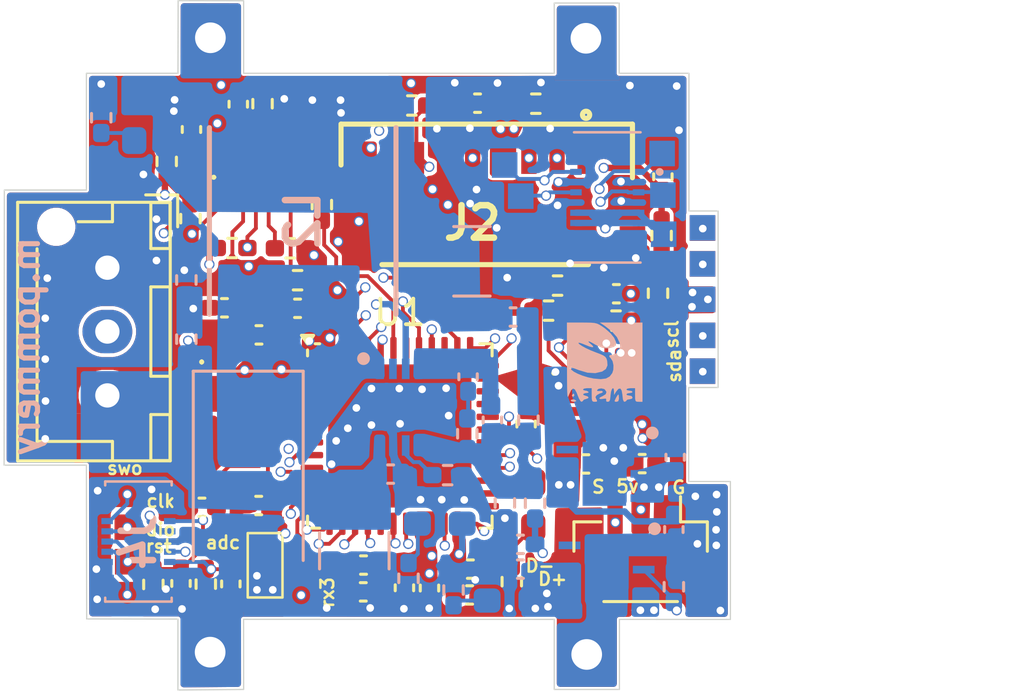
<source format=kicad_pcb>
(kicad_pcb (version 20240108) (generator "pcbnew") (generator_version "8.0")
  (layers (0 "F.Cu" signal) (1 "In1.Cu" signal) (2 "In2.Cu" signal) (3 "In3.Cu" signal) (4 "In4.Cu" signal) (31 "B.Cu" signal) (34 "B.Paste" user) (35 "F.Paste" user) (36 "B.SilkS" user "B.Silkscreen") (37 "F.SilkS" user "F.Silkscreen") (38 "B.Mask" user) (39 "F.Mask" user) (44 "Edge.Cuts" user))
  (net 0 "")
  (net 1 "GND")
  (net 2 "+3.3V")
  (net 3 "NRST")
  (net 4 "Net-(U1-PF1)")
  (net 5 "Net-(U1-PF0)")
  (net 6 "SDDETECT")
  (net 7 "VIN")
  (net 8 "Net-(IC3-COMP)")
  (net 9 "Net-(C26-Pad2)")
  (net 10 "Net-(IC3-FB)")
  (net 11 "+5V")
  (net 12 "Net-(C28-Pad2)")
  (net 13 "ADC1_IN3_VBAT")
  (net 14 "Net-(D2-K)")
  (net 15 "Net-(D3-K)")
  (net 16 "Net-(D3-A)")
  (net 17 "I2C3_SDA_ACCEL")
  (net 18 "Net-(IC1-SAO)")
  (net 21 "I2C3_SCL_ACCEL")
  (net 24 "Net-(IC3-FSW)")
  (net 25 "3.3VEN")
  (net 26 "SPI1_CS_SD")
  (net 27 "SPI1_MISO_SD")
  (net 28 "Net-(J2-G3)")
  (net 31 "SPI1_SCK_SD")
  (net 32 "SPI1_MOSI_SD")
  (net 33 "USART1_RX_GPS")
  (net 34 "USART1_TX_GPS")
  (net 35 "LPUART1_RX_RADIO")
  (net 36 "LPUART1_TX_RADIO")
  (net 37 "SWO")
  (net 38 "SWDIO")
  (net 39 "I2C1_SCL")
  (net 40 "SWCLK{slash}I2C1_SDA")
  (net 41 "TIM3_CHI_PWM4")
  (net 53 "PWEN")
  (net 55 "I2C1_SDA")
  (net 56 "Net-(D1-K)")
  (net 57 "Net-(D4-K)")
  (net 58 "Net-(D5-K)")
  (net 59 "Net-(U3-VDD)")
  (net 60 "Net-(U3-VDDIO)")
  (net 61 "Net-(U3-CSB)")
  (net 62 "BAROEXTI")
  (net 63 "Net-(U3-INT)")
  (net 64 "Net-(U3-SDO)")
  (net 66 "GPIO_EXTI1")
  (net 67 "EXTI3{slash}PWMONTIM4")
  (net 71 "EXTI0")
  (net 72 "unconnected-(U1-PA4-Pad12)")
  (net 73 "unconnected-(U1-PB8-Pad46)")
  (footprint "Resistor_SMD:R_0402_1005Metric_Pad0.72x0.64mm_HandSolder" (layer "F.Cu") (at 177.3 79.68 180)
    (property "Reference" "R26" (hide yes))
    (property "Value" "2.2k" (hide yes))
  )
  (footprint "Resistor_SMD:R_0402_1005Metric_Pad0.72x0.64mm_HandSolder" (layer "F.Cu") (at 184.33 74.1)
    (property "Reference" "R8" (hide yes))
    (property "Value" "47k" (hide yes))
  )
  (footprint "Resistor_SMD:R_0402_1005Metric_Pad0.72x0.64mm_HandSolder" (layer "F.Cu") (at 178.49 74.03 -90)
    (property "Reference" "R14" (hide yes))
    (property "Value" "10R" (hide yes))
  )
  (footprint "KXT3:SW_KXT3" (layer "F.Cu") (at 179.32 94 90)
    (property "Reference" "SW1" (hide yes))
    (property "Value" "RSTBTN" (hide yes))
  )
  (footprint "Connector_JST:JST_SH_BM03B-SRSS-TB_1x03-1MP_P1.00mm_Vertical" (layer "F.Cu") (at 193.28 91.51 180)
    (property "Reference" "U2" (hide yes))
    (property "Value" "~" (hide yes))
  )
  (footprint "Capacitor_SMD:C_0402_1005Metric_Pad0.74x0.62mm_HandSolder" (layer "F.Cu") (at 185.02 92.99 90)
    (property "Reference" "C7" (hide yes))
    (property "Value" "10n" (hide yes))
  )
  (footprint "crystal:MCSJK7U1200101080B10" (layer "F.Cu") (at 176.96 86.49 -90)
    (property "Reference" "Y1" (hide yes))
    (property "Value" "Crystal_GND24_Small" (hide yes))
  )
  (footprint "Capacitor_SMD:C_0402_1005Metric_Pad0.74x0.62mm_HandSolder" (layer "F.Cu") (at 178.34 89.76)
    (property "Reference" "C2" (hide yes))
    (property "Value" "0.1u" (hide yes))
  )
  (footprint "Capacitor_SMD:C_0402_1005Metric_Pad0.74x0.62mm_HandSolder" (layer "F.Cu") (at 179.86 82.04)
    (property "Reference" "C6" (hide yes))
    (property "Value" "100n" (hide yes))
  )
  (footprint "Capacitor_SMD:C_0402_1005Metric_Pad0.74x0.62mm_HandSolder" (layer "F.Cu") (at 176.12 89.83 180)
    (property "Reference" "C12" (hide yes))
    (property "Value" "16p" (hide yes))
  )
  (footprint "" (layer "F.Cu") (at 180.02 93.35)
    (property "Reference" "")
    (property "Value" "")
  )
  (footprint "Resistor_SMD:R_0402_1005Metric_Pad0.72x0.64mm_HandSolder" (layer "F.Cu") (at 179.57 79.69)
    (property "Reference" "R25" (hide yes))
    (property "Value" "10k" (hide yes))
  )
  (footprint "Resistor_SMD:R_0402_1005Metric_Pad0.72x0.64mm_HandSolder" (layer "F.Cu") (at 174.74 76.29 90)
    (property "Reference" "R13" (hide yes))
    (property "Value" "10R" (hide yes))
  )
  (footprint "" (layer "F.Cu") (at 173.140075 90.61)
    (property "Reference" "")
    (property "Value" "")
  )
  (footprint "Capacitor_SMD:C_0402_1005Metric_Pad0.74x0.62mm_HandSolder" (layer "F.Cu") (at 182.43 93.14)
    (property "Reference" "C10" (hide yes))
    (property "Value" "1u" (hide yes))
  )
  (footprint "" (layer "F.Cu") (at 194.18 79.14)
    (property "Reference" "")
    (property "Value" "")
  )
  (footprint "" (layer "F.Cu") (at 195.7 80.3)
    (property "Reference" "7" (hide yes))
    (property "Value" "")
  )
  (footprint "" (layer "F.Cu") (at 179.99 92.09)
    (property "Reference" "")
    (property "Value" "")
  )
  (footprint "Capacitor_SMD:C_0402_1005Metric_Pad0.74x0.62mm_HandSolder" (layer "F.Cu") (at 191.137 88.132)
    (property "Reference" "C1" (hide yes))
    (property "Value" "100n" (hide yes))
  )
  (footprint "" (layer "F.Cu") (at 195.7 78.9)
    (property "Reference" "8" (hide yes))
    (property "Value" "")
  )
  (footprint "" (layer "F.Cu") (at 195.7 84.5)
    (property "Reference" "4" (hide yes))
    (property "Value" "")
  )
  (footprint "Resistor_SMD:R_0402_1005Metric_Pad0.72x0.64mm_HandSolder" (layer "F.Cu") (at 189.68 82.13)
    (property "Reference" "R2" (hide yes))
    (property "Value" "10k" (hide yes))
  )
  (footprint "Capacitor_SMD:C_0402_1005Metric_Pad0.74x0.62mm_HandSolder" (layer "F.Cu") (at 186.9 74.01 180)
    (property "Reference" "C16" (hide yes))
    (property "Value" "100n" (hide yes))
  )
  (footprint "Resistor_SMD:R_0402_1005Metric_Pad0.72x0.64mm_HandSolder" (layer "F.Cu") (at 179.86 80.94 180)
    (property "Reference" "R23" (hide yes))
    (property "Value" "10k" (hide yes))
  )
  (footprint "custom hole:LED_0603_1608Metric_Pad1.05x0.95mm_HandSolder" (layer "F.Cu") (at 189.08 89.74 90)
    (property "Reference" "D3" (hide yes))
    (property "Value" "LED" (hide yes))
  )
  (footprint "Capacitor_SMD:C_0402_1005Metric_Pad0.74x0.62mm_HandSolder" (layer "F.Cu") (at 184.04 92.98 90)
    (property "Reference" "C8" (hide yes))
    (property "Value" "1u" (hide yes))
  )
  (footprint "" (layer "F.Cu") (at 194.15 77.61)
    (property "Reference" "")
    (property "Value" "")
  )
  (footprint "Resistor_SMD:R_0402_1005Metric_Pad0.72x0.64mm_HandSolder" (layer "F.Cu") (at 194.1 79.19 -90)
    (property "Reference" "R5" (hide yes))
    (property "Value" "10k" (hide yes))
  )
  (footprint "Capacitor_SMD:C_0402_1005Metric_Pad0.74x0.62mm_HandSolder" (layer "F.Cu") (at 175.3 92.81 90)
    (property "Reference" "C22" (hide yes))
    (property "Value" "100n" (hide yes))
  )
  (footprint "Resistor_SMD:R_0402_1005Metric_Pad0.72x0.64mm_HandSolder" (layer "F.Cu") (at 192.317 82.522 180)
    (property "Reference" "R9" (hide yes))
    (property "Value" "47k" (hide yes))
  )
  (footprint "Capacitor_SMD:C_0402_1005Metric_Pad0.74x0.62mm_HandSolder" (layer "F.Cu") (at 194.15 76.89 90)
    (property "Reference" "C15" (hide yes))
    (property "Value" "4.7u" (hide yes))
  )
  (footprint "Resistor_SMD:R_0402_1005Metric_Pad0.72x0.64mm_HandSolder" (layer "F.Cu") (at 174.22 92.85 90)
    (property "Reference" "R28" (hide yes))
    (property "Value" "10k" (hide yes))
  )
  (footprint "Capacitor_SMD:C_0402_1005Metric_Pad0.74x0.62mm_HandSolder" (layer "F.Cu") (at 175.71 75.04 90)
    (property "Reference" "C31" (hide yes))
    (property "Value" "100n" (hide yes))
  )
  (footprint "Capacitor_SMD:C_0402_1005Metric_Pad0.74x0.62mm_HandSolder" (layer "F.Cu") (at 177.54 74.05 90)
    (property "Reference" "C23" (hide yes))
    (property "Value" "100n" (hide yes))
  )
  (footprint "" (layer "F.Cu") (at 195.7 83.1)
    (property "Reference" "5" (hide yes))
    (property "Value" "")
  )
  (footprint "custom hole:mountinghole1.2mm" (layer "F.Cu") (at 176.44 95.5)
    (property "Reference" "H1" (hide yes))
    (property "Value" "MountingHole_Pad" (hide yes))
  )
  (footprint "custom hole:JST_XH_B3B-XH-AM_1x03_P2.50mm_Vertical" (layer "F.Cu") (at 172.42 80.45 -90)
    (property "Reference" "J1" (hide yes))
    (property "Value" "battery connector" (hide yes))
  )
  (footprint "" (layer "F.Cu") (at 173.29 91.96)
    (property "Reference" "")
    (property "Value" "")
  )
  (footprint "Capacitor_SMD:C_0402_1005Metric_Pad0.74x0.62mm_HandSolder" (layer "F.Cu") (at 186.59 93.26)
    (property "Reference" "C11" (hide yes))
    (property "Value" "4.7u" (hide yes))
  )
  (footprint "micro sd:47309-2651" (layer "F.Cu") (at 187.26 74.83)
    (property "Reference" "J2")
    (property "Value" "47309-2651" (hide yes))
  )
  (footprint "BMP581:BMP581" (layer "F.Cu") (at 178.23 77.16)
    (property "Reference" "U3" (hide yes))
    (property "Value" "BMP581" (hide yes))
  )
  (footprint "" (layer "F.Cu") (at 195.7 81.7)
    (property "Reference" "6" (hide yes))
    (property "Value" "")
  )
  (footprint "Resistor_SMD:R_0402_1005Metric_Pad0.72x0.64mm_HandSolder" (layer "F.Cu") (at 175.67 78.53 -90)
    (property "Reference" "R27" (hide yes))
    (property "Value" "2.2k" (hide yes))
  )
  (footprint "" (layer "F.Cu") (at 188.59 77.65)
    (property "Reference" "")
    (property "Value" "")
  )
  (footprint "" (layer "F.Cu") (at 187.96 76.43)
    (property "Reference" "")
    (property "Value" "")
  )
  (footprint "Resistor_SMD:R_0402_1005Metric_Pad0.72x0.64mm_HandSolder" (layer "F.Cu") (at 180.81 77.98 -90)
    (property "Reference" "R24" (hide yes))
    (property "Value" "0R" (hide yes))
  )
  (footprint "Resistor_SMD:R_0402_1005Metric_Pad0.72x0.64mm_HandSolder" (layer "F.Cu") (at 193.96 81.45 -90)
    (property "Reference" "R6" (hide yes))
    (property "Value" "10k" (hide yes))
  )
  (footprint "custom hole:mountinghole1.2mm" (layer "F.Cu") (at 191.17 95.59)
    (property "Reference" "H2" (hide yes))
    (property "Value" "MountingHole_Pad" (hide yes))
  )
  (footprint "Capacitor_SMD:C_0402_1005Metric_Pad0.74x0.62mm_HandSolder" (layer "F.Cu") (at 188.8 86.57 90)
    (property "Reference" "C4" (hide yes))
    (property "Value" "100n" (hide yes))
  )
  (footprint "custom hole:mountinghole1.2mm" (layer "F.Cu") (at 191.14 71.47)
    (property "Reference" "H4" (hide yes))
    (property "Value" "MountingHole_Pad" (hide yes))
  )
  (footprint "Capacitor_SMD:C_0402_1005Metric_Pad0.74x0.62mm_HandSolder" (layer "F.Cu") (at 193.34 88.12 180)
    (property "Reference" "C17" (hide yes))
    (property "Value" "10u" (hide yes))
  )
  (footprint "Capacitor_SMD:C_0402_1005Metric_Pad0.74x0.62mm_HandSolder" (layer "F.Cu") (at 182.44 92.09)
    (property "Reference" "C9" (hide yes))
    (property "Value" "100n" (hide yes))
  )
  (footprint "Package_DFN_QFN:QFN-48-1EP_7x7mm_P0.5mm_EP5.6x5.6mm" (layer "F.Cu") (at 183.86 87.0375)
    (property "Reference" "U1")
    (property "Value" "STM32G431CBUx" (hide yes))
  )
  (footprint "Capacitor_SMD:C_0402_1005Metric_Pad0.74x0.62mm_HandSolder" (layer "F.Cu") (at 177 82.02 180)
    (property "Reference" "C30" (hide yes))
    (property "Value" "100n" (hide yes))
  )
  (footprint "Capacitor_SMD:C_0402_1005Metric_Pad0.74x0.62mm_HandSolder" (layer "F.Cu") (at 177.25 92.83 90)
    (property "Reference" "C3" (hide yes))
    (property "Value" "100n" (hide yes))
  )
  (footprint "Capacitor_SMD:C_0402_1005Metric_Pad0.74x0.62mm_HandSolder" (layer "F.Cu") (at 178.35 83.08 180)
    (property "Reference" "C13" (hide yes))
    (property "Value" "16p" (hide yes))
  )
  (footprint "Resistor_SMD:R_0402_1005Metric_Pad0.72x0.64mm_HandSolder" (layer "F.Cu") (at 176.27 92.8375 90)
    (property "Reference" "R12" (hide yes))
    (property "Value" "10k" (hide yes))
  )
  (footprint "custom hole:mountinghole1.2mm" (layer "F.Cu") (at 176.45 71.45)
    (property "Reference" "H3" (hide yes))
    (property "Value" "MountingHole_Pad" (hide yes))
  )
  (footprint "Resistor_SMD:R_0402_1005Metric_Pad0.72x0.64mm_HandSolder" (layer "F.Cu") (at 188.24 92.74 90)
    (property "Reference" "R20" (hide yes))
    (property "Value" "1.1k" (hide yes))
  )
  (footprint "Capacitor_SMD:C_0402_1005Metric_Pad0.74x0.62mm_HandSolder" (layer "F.Cu") (at 186.62 92.25 180)
    (property "Reference" "C5" (hide yes))
    (property "Value" "100n" (hide yes))
  )
  (footprint "" (layer "F.Cu") (at 173.18 93.25)
    (property "Reference" "")
    (property "Value" "")
  )
  (footprint "Capacitor_SMD:C_0402_1005Metric_Pad0.74x0.62mm_HandSolder" (layer "F.Cu") (at 192.33 81.47 180)
    (property "Reference" "C14" (hide yes))
    (property "Value" "10n" (hide yes))
  )
  (footprint "Resistor_SMD:R_0402_1005Metric_Pad0.72x0.64mm_HandSolder" (layer "F.Cu") (at 190.03 81.15 180)
    (property "Reference" "R10" (hide yes))
    (property "Value" "47k" (hide yes))
  )
  (footprint "WSEN ISDS:2536030320001" (layer "F.Cu") (at 191.937 85.33)
    (property "Reference" "IC1" (hide yes))
    (property "Value" "2536030320001" (hide yes))
  )
  (footprint "Resistor_SMD:R_0402_1005Metric_Pad0.72x0.64mm_HandSolder" (layer "F.Cu") (at 189.18 74.03)
    (property "Reference" "R7" (hide yes))
    (property "Value" "47k" (hide yes))
  )
  (footprint "" (layer "F.Cu") (at 173.15 89.32)
    (property "Reference" "")
    (property "Value" "")
  )
  (footprint "Capacitor_SMD:C_0402_1005Metric_Pad0.74x0.62mm_HandSolder" (layer "B.Cu") (at 194.63 87.87 90)
    (property "Reference" "C19" (hide yes))
    (property "Value" "1u" (hide yes))
  )
  (footprint "Capacitor_SMD:C_0402_1005Metric_Pad0.74x0.62mm_HandSolder" (layer "B.Cu") (at 188.5775 92.25 180)
    (property "Reference" "C21" (hide yes))
    (property "Value" "1u" (hide yes))
  )
  (footprint "Resistor_SMD:R_0402_1005Metric_Pad0.72x0.64mm_HandSolder" (layer "B.Cu") (at 186.5 86.95 -90)
    (property "Reference" "R16" (hide yes))
    (property "Value" "3.3k" (hide yes))
  )
  (footprint "Capacitor_SMD:C_0402_1005Metric_Pad0.74x0.62mm_HandSolder" (layer "B.Cu") (at 187.48 86.41 -90)
    (property "Reference" "C27" (hide yes))
    (property "Value" "220p" (hide yes))
  )
  (footprint "" (layer "B.Cu") (at 194.12 75.98 180)
    (property "Reference" "")
    (property "Value" "")
  )
  (footprint "Resistor_SMD:R_0402_1005Metric_Pad0.72x0.64mm_HandSolder" (layer "B.Cu") (at 185.73 88.57)
    (property "Reference" "R15" (hide yes))
    (property "Value" "220k" (hide yes))
  )
  (footprint "inductance wurth:INDPM7373X340N" (layer "B.Cu") (at 180.06 78.62 90)
    (property "Reference" "L2")
    (property "Value" "22u" (hide yes))
  )
  (footprint "Capacitor_SMD:C_1210_3225Metric_Pad1.33x2.70mm_HandSolder" (layer "B.Cu") (at 186.68 80.2)
    (property "Reference" "C29" (hide yes))
    (property "Value" "22u" (hide yes))
  )
  (footprint "Capacitor_SMD:C_0402_1005Metric_Pad0.74x0.62mm_HandSolder" (layer "B.Cu") (at 188.29 82.38)
    (property "Reference" "C28" (hide yes))
    (property "Value" "3.3n" (hide yes))
  )
  (footprint "Resistor_SMD:R_0402_1005Metric_Pad0.72x0.64mm_HandSolder" (layer "B.Cu") (at 184.2 92.61 90)
    (property "Reference" "R11" (hide yes))
    (property "Value" "1k" (hide yes))
  )
  (footprint "5035481222:5035481222" (layer "B.Cu") (at 191.975 77.7 -90)
    (property "Reference" "J5" (hide yes))
    (property "Value" "503548-1222" (hide yes))
  )
  (footprint "" (layer "B.Cu") (at 195.7 83.1 180)
    (property "Reference" "")
    (property "Value" "")
  )
  (footprint "Capacitor_SMD:C_0402_1005Metric_Pad0.74x0.62mm_HandSolder" (layer "B.Cu") (at 183.5 88.53)
    (property "Reference" "C25" (hide yes))
    (property "Value" "470n" (hide yes))
  )
  (footprint "ldo40pury:SON95P300X300X90-7N-D" (layer "B.Cu") (at 191.95 92.27 180)
    (property "Reference" "IC5" (hide yes))
    (property "Value" "LDO40LPU33RY" (hide yes))
  )
  (footprint "Resistor_SMD:R_0402_1005Metric_Pad0.72x0.64mm_HandSolder" (layer "B.Cu") (at 175.51 80.93 -90)
    (property "Reference" "R22" (hide yes))
    (property "Value" "10k" (hide yes))
  )
  (footprint "Resistor_SMD:R_0402_1005Metric_Pad0.72x0.64mm_HandSolder" (layer "B.Cu") (at 185.96 93.0675 -90)
    (property "Reference" "R4" (hide yes))
    (property "Value" "1k" (hide yes))
  )
  (footprint "custom hole:LED_0603_1608Metric_Pad1.05x0.95mm_HandSolder" (layer "B.Cu") (at 173.47 74.6 90)
    (property "Reference" "D1" (hide yes))
    (property "Value" "LED" (hide yes))
  )
  (footprint "Capacitor_SMD:C_1210_3225Metric_Pad1.33x2.70mm_HandSolder" (layer "B.Cu") (at 182.08 91.53 -90)
    (property "Reference" "C24" (hide yes))
    (property "Value" "10u" (hide yes))
  )
  (footprint "Resistor_SMD:R_0402_1005Metric_Pad0.72x0.64mm_HandSolder" (layer "B.Cu") (at 172.18 74.58 -90)
    (property "Reference" "R3" (hide yes))
    (property "Value" "200R" (hide yes))
  )
  (footprint "logo ensea:logo ensea" (layer "B.Cu") (at 191.85 84.1 180)
    (property "Reference" "G***" (hide yes))
    (property "Value" "LOGO" (hide yes))
  )
  (footprint "" (layer "B.Cu") (at 195.7 84.5 180)
    (property "Reference" "")
    (property "Value" "")
  )
  (footprint "" (layer "B.Cu") (at 195.7 80.3 180)
    (property "Reference" "7" (hide yes))
    (property "Value" "")
  )
  (footprint "" (layer "B.Cu") (at 195.7 78.89 180)
    (property "Reference" "")
    (property "Value" "")
  )
  (footprint "" (layer "B.Cu") (at 195.7 81.69 180)
    (property "Reference" "")
    (property "Value" "")
  )
  (footprint "Capacitor_SMD:C_0402_1005Metric_Pad0.74x0.62mm_HandSolder" (layer "B.Cu") (at 194.58 90.7 -90)
    (property "Reference" "C20" (hide yes))
    (property "Value" "1u" (hide yes))
  )
  (footprint "Resistor_SMD:R_0402_1005Metric_Pad0.72x0.64mm_HandSolder" (layer "B.Cu") (at 187.97 89.66 -90)
    (property "Reference" "R19" (hide yes))
    (property "Value" "1.1k" (hide yes))
  )
  (footprint "Resistor_SMD:R_0402_1005Metric_Pad0.72x0.64mm_HandSolder" (layer "B.Cu") (at 175.51 83.2475 -90)
    (property "Reference" "R21" (hide yes))
    (property "Value" "20k" (hide yes))
  )
  (footprint "ldo40pury:SON95P300X300X90-7N-D" (layer "B.Cu") (at 191.86 88.52 180)
    (property "Reference" "IC2" (hide yes))
    (property "Value" "LDO40LPU33RY" (hide yes))
  )
  (footprint "Capacitor_SMD:C_0402_1005Metric_Pad0.74x0.62mm_HandSolder" (layer "B.Cu") (at 186.53 84.72 -90)
    (property "Reference" "C26" (hide yes))
    (property "Value" "22n" (hide yes))
  )
  (footprint "Capacitor_SMD:C_0402_1005Metric_Pad0.74x0.62mm_HandSolder" (layer "B.Cu") (at 188.58 91.28 180)
    (property "Reference" "C18" (hide yes))
    (property "Value" "1u" (hide yes))
  )
  (footprint "custom hole:LED_0603_1608Metric_Pad1.05x0.95mm_HandSolder" (layer "B.Cu") (at 185.425 90.47)
    (property "Reference" "D5" (hide yes))
    (property "Value" "LED" (hide yes))
  )
  (footprint "Resistor_SMD:R_0402_1005Metric_Pad0.72x0.64mm_HandSolder" (layer "B.Cu") (at 188.89 86.42 -90)
    (property "Reference" "R17" (hide yes))
    (property "Value" "200R" (hide yes))
  )
  (footprint "Diode_SMD:D_SMB_Handsoldering" (layer "B.Cu") (at 177.93 89.21 -90)
    (property "Reference" "D2" (hide yes))
    (property "Value" "STPS3L40" (hide yes))
  )
  (footprint "5035481022:5035481022" (layer "B.Cu") (at 173.635 91.17 90)
    (property "Reference" "J4")
    (property "Value" "503548-1022" (hide yes))
  )
  (footprint "Resistor_SMD:R_0402_1005Metric_Pad0.72x0.64mm_HandSolder" (layer "B.Cu") (at 194.58 92.94 90)
    (property "Reference" "R1" (hide yes))
    (property "Value" "100k" (hide yes))
  )
  (footprint "custom hole:LED_0603_1608Metric_Pad1.05x0.95mm_HandSolder" (layer "B.Cu") (at 188.15 93.48)
    (property "Reference" "D4" (hide yes))
    (property "Value" "LED" (hide yes))
  )
  (footprint "Resistor_SMD:R_0402_1005Metric_Pad0.72x0.64mm_HandSolder" (layer "B.Cu") (at 189.15 89.67 90)
    (property "Reference" "R18" (hide yes))
    (property "Value" "8.2k" (hide yes))
  )
  (footprint "l7981:SON50P300X300X100-9N-D" (layer "B.Cu") (at 183.84 85.91 -90)
    (property "Reference" "IC3" (hide yes))
    (property "Value" "L7981TR" (hide yes))
  )
  (gr_poly (pts (xy 195.17 72.84) (xy 192.44 72.84) (xy 192.44 70.09) (xy 189.9 70.09) (xy 189.9 72.84) (xy 177.75 72.84) (xy 177.750001 70.000107) (xy 175.188008 69.996225) (xy 175.181395 72.84) (xy 171.6 72.84) (xy 171.6 77.41) (xy 168.389856 77.41) (xy 168.379856 88.18) (xy 171.6 88.18) (xy 171.61 94.2) (xy 175.18 94.205157) (xy 175.18 96.98) (xy 177.75 96.96) (xy 177.74792 94.214113) (xy 189.9 94.217956) (xy 189.9 96.96) (xy 192.45 96.96) (xy 192.45 94.21856) (xy 196.791176 94.22) (xy 196.790955 88.82) (xy 195.16 88.82) (xy 195.16 85.14) (xy 196.31 85.14) (xy 196.31 78.23) (xy 195.17 78.23)) (stroke (width 0.05)) (fill none) (layer "Edge.Cuts"))
  (gr_text "m.pommery" (at 169.82 79.14 90) (layer "B.SilkS") (effects (font (size 1 1) (thickness 0.2) (bold yes)) (justify left bottom mirror)))
  (gr_text "G" (at 194.45632 89.347491 0) (layer "F.SilkS") (effects (font (size 0.5 0.5) (thickness 0.1)) (justify left bottom)))
  (gr_text "scl" (at 194.79 83.67 90) (layer "F.SilkS") (effects (font (size 0.5 0.5) (thickness 0.1)) (justify left bottom)))
  (gr_text "dio" (at 173.86 90.99 0) (layer "F.SilkS") (effects (font (size 0.5 0.5) (thickness 0.1)) (justify left bottom)))
  (gr_text "S" (at 191.32 89.32 0) (layer "F.SilkS") (effects (font (size 0.5 0.5) (thickness 0.1)) (justify left bottom)))
  (gr_text "clk" (at 173.89 89.88 0) (layer "F.SilkS") (effects (font (size 0.5 0.5) (thickness 0.1)) (justify left bottom)))
  (gr_text "rst" (at 173.86 91.65 0) (layer "F.SilkS") (effects (font (size 0.5 0.5) (thickness 0.1)) (justify left bottom)))
  (gr_text "5v" (at 192.27 89.3 0) (layer "F.SilkS") (effects (font (size 0.5 0.5) (thickness 0.1) (bold yes)) (justify left bottom)))
  (gr_text "sda" (at 194.89 85.01 90) (layer "F.SilkS") (effects (font (size 0.5 0.5) (thickness 0.1)) (justify left bottom)))
  (gr_text "D+" (at 189.21 92.93 -0) (layer "F.SilkS") (effects (font (size 0.5 0.5) (thickness 0.1)) (justify left bottom)))
  (gr_text "rx3" (at 181.32 93.83 90) (layer "F.SilkS") (effects (font (size 0.5 0.5) (thickness 0.1)) (justify left bottom)))
  (gr_text "adc" (at 176.21 91.5 0) (layer "F.SilkS") (effects (font (size 0.5 0.5) (thickness 0.1)) (justify left bottom)))
  (gr_text "swo" (at 172.35 88.59 0) (layer "F.SilkS") (effects (font (size 0.5 0.5) (thickness 0.1)) (justify left bottom)))
  (gr_text "D-" (at 188.72 92.41 -0) (layer "F.SilkS") (effects (font (size 0.5 0.5) (thickness 0.1)) (justify left bottom)))
  (segment (start 189.23 87.92) (end 188.8 87.49) (width 0.15) (layer "F.Cu") (net 1))
  (segment (start 181.49 75.79) (end 182.26 76.56) (width 0.15) (layer "F.Cu") (net 1))
  (segment (start 183.39 77.69) (end 183.67 77.69) (width 0.15) (layer "F.Cu") (net 1))
  (segment (start 178.73 76.385) (end 178.895 76.385) (width 0.15) (layer "F.Cu") (net 1))
  (segment (start 177.32 80.4) (end 177.31 80.39) (width 0.15) (layer "F.Cu") (net 1))
  (segment (start 177.95 80.4) (end 177.32 80.4) (width 0.15) (layer "F.Cu") (net 1))
  (segment (start 177.73 78.64) (end 177.73 77.935) (width 0.15) (layer "F.Cu") (net 1))
  (segment (start 181.49 75.79) (end 183.39 77.69) (width 0.15) (layer "F.Cu") (net 1))
  (segment (start 177.31 79.06) (end 177.73 78.64) (width 0.15) (layer "F.Cu") (net 1))
  (segment (start 182.26 76.56) (end 182.26 78.635) (width 0.15) (layer "F.Cu") (net 1))
  (segment (start 177.31 80.39) (end 177.31 79.06) (width 0.15) (layer "F.Cu") (net 1))
  (segment (start 178.895 76.385) (end 179.49 75.79) (width 0.15) (layer "F.Cu") (net 1))
  (segment (start 178.23 76.385) (end 178.23 76.18) (width 0.15) (layer "F.Cu") (net 1))
  (segment (start 179.49 75.79) (end 181.49 75.79) (width 0.15) (layer "F.Cu") (net 1))
  (segment (start 188.8 87.49) (end 188.8 87.1375) (width 0.15) (layer "F.Cu") (net 1))
  (segment (start 178.23 76.18) (end 178.62 75.79) (width 0.15) (layer "F.Cu") (net 1))
  (segment (start 178.62 75.79) (end 179.49 75.79) (width 0.15) (layer "F.Cu") (net 1))
  (via (at 190.07 77.1) (size 0.4) (drill 0.3) (layers "F.Cu" "B.Cu") (net 1))
  (via (at 175.43 80.55) (size 0.4) (drill 0.3) (layers "F.Cu" "B.Cu") (net 1))
  (via (at 185.14 77.38) (size 0.4) (drill 0.3) (layers "F.Cu" "B.Cu") (net 1))
  (via (at 188.14 93.79) (size 0.4) (drill 0.3) (layers "F.Cu" "B.Cu") (net 1))
  (via (at 184.73 85.21) (size 0.4) (drill 0.3) (layers "F.Cu" "B.Cu") (net 1))
  (via (at 172.02 93.43) (size 0.4) (drill 0.3) (layers "F.Cu" "B.Cu") (net 1))
  (via (at 171.99 92.25) (size 0.4) (drill 0.3) (layers "F.Cu" "B.Cu") (net 1))
  (via (at 172.04 89.18) (size 0.4) (drill 0.3) (layers "F.Cu" "B.Cu") (net 1))
  (via (at 170.07 80.86) (size 0.4) (drill 0.3) (layers "F.Cu" "B.Cu") (net 1))
  (via (at 194.78 75.07) (size 0.4) (drill 0.3) (layers "F.Cu" "B.Cu") (net 1))
  (via (at 192.86 73.32) (size 0.4) (drill 0.3) (layers "F.Cu" "B.Cu") (net 1))
  (via (at 192.25 88.02) (size 0.4) (drill 0.3) (layers "F.Cu" "B.Cu") (net 1))
  (via (at 196.4 93.87) (size 0.4) (drill 0.3) (layers "F.Cu" "B.Cu") (net 1))
  (via (at 182.16 85.94) (size 0.4) (drill 0.3) (layers "F.Cu" "B.Cu") (net 1))
  (via (at 178.27 92.51) (size 0.4) (drill 0.3) (layers "F.Cu" "B.Cu") (net 1))
  (via (at 195.42 89.4) (size 0.4) (drill 0.3) (layers "F.Cu" "B.Cu") (net 1))
  (via (at 176.72 74.8) (size 0.4) (drill 0.3) (layers "F.Cu" "B.Cu") (net 1))
  (via (at 188.06 80.84) (size 0.4) (drill 0.3) (layers "F.Cu" "B.Cu") (net 1))
  (via (at 195.91 81.69) (size 0.4) (drill 0.3) (layers "F.Cu" "B.Cu") (net 1))
  (via (at 173.83 76.8) (size 0.4) (drill 0.3) (layers "F.Cu" "B.Cu") (net 1))
  (via (at 186.86 77.39) (size 0.4) (drill 0.3) (layers "F.Cu" "B.Cu") (net 1))
  (via (at 169.99 82.43) (size 0.4) (drill 0.3) (layers "F.Cu" "B.Cu") (net 1))
  (via (at 192.52 77.84) (size 0.4) (drill 0.3) (layers "F.Cu" "B.Cu") (net 1))
  (via (at 195.31 81.42) (size 0.4) (drill 0.3) (layers "F.Cu" "B.Cu") (net 1))
  (via (at 181.19 88.14) (size 0.4) (drill 0.3) (layers "F.Cu" "B.Cu") (net 1))
  (via (at 185.5 89.53) (size 0.4) (drill 0.3) (layers "F.Cu" "B.Cu") (net 1))
  (via (at 195.29 81.98) (size 0.4) (drill 0.3) (layers "F.Cu" "B.Cu") (net 1))
  (via (at 195.5 91.26) (size 0.4) (drill 0.3) (layers "F.Cu" "B.Cu") (net 1))
  (via (at 170 85.67) (size 0.4) (drill 0.3) (layers "F.Cu" "B.Cu") (net 1))
  (via (at 185.31 75.01) (size 0.4) (drill 0.3) (layers "F.Cu" "B.Cu") (net 1))
  (via (at 178.27 93.06) (size 0.4) (drill 0.3) (layers "F.Cu" "B.Cu") (net 1))
  (via (at 191.84 80.45) (size 0.4) (drill 0.3) (layers "F.Cu" "B.Cu") (net 1))
  (via (at 186.6 74.99) (size 0.4) (drill 0.3) (layers "F.Cu" "B.Cu") (net 1))
  (via (at 186.61 77.94) (size 0.4) (drill 0.3) (layers "F.Cu" "B.Cu") (net 1))
  (via (at 193.09 80.07) (size 0.4) (drill 0.3) (layers "F.Cu" "B.Cu") (net 1))
  (via (at 179.51 87.54) (size 0.4) (drill 0.3) (layers "F.Cu" "B.Cu") (net 1))
  (via (at 186.81 92.67) (size 0.4) (drill 0.3) (layers "F.Cu" "B.Cu") (net 1))
  (via (at 182.75 85.18) (size 0.4) (drill 0.3) (layers "F.Cu" "B.Cu") (net 1))
  (via (at 196.23 90.71) (size 0.4) (drill 0.3) (layers "F.Cu" "B.Cu") (net 1))
  (via (at 196.24 91.32) (size 0.4) (drill 0.3) (layers "F.Cu" "B.Cu") (net 1))
  (via (at 174.15 89.13) (size 0.4) (drill 0.3) (layers "F.Cu" "B.Cu") (net 1))
  (via (at 196.25 89.33) (size 0.4) (drill 0.3) (layers "F.Cu" "B.Cu") (net 1))
  (via (at 186.38 89.54) (size 0.4) (drill 0.3) (layers "F.Cu" "B.Cu") (net 1))
  (via (at 183.87 86.56) (size 0.4) (drill 0.3) (layers "F.Cu" "B.Cu") (net 1))
  (via (at 185.77 86.24) (size 0.4) (drill 0.3) (layers "F.Cu" "B.Cu") (net 1))
  (via (at 177.95 80.4) (size 0.4) (drill 0.3) (layers "F.Cu" "B.Cu") (net 1))
  (via (at 192.51 77.075) (size 0.4) (drill 0.3) (layers "F.Cu" "B.Cu") (net 1))
  (via (at 194.69 73.34) (size 0.4) (drill 0.3) (layers "F.Cu" "B.Cu") (net 1))
  (via (at 174.29 93.82) (size 0.4) (drill 0.3) (layers "F.Cu" "B.Cu") (net 1))
  (via (at 182.73 75.76) (size 0.4) (drill 0.3) (layers "F.Cu" "B.Cu") (net 1))
  (via (at 179.23 84.43) (size 0.4) (drill 0.3) (layers "F.Cu" "B.Cu") (net 1))
  (via (at 191.82 87.5) (size 0.4) (drill 0.3) (layers "F.Cu" "B.Cu") (net 1))
  (via (at 190.03 78.01) (size 0.4) (drill 0.3) (layers "F.Cu" "B.Cu") (net 1))
  (via (at 176.87 73.3) (size 0.4) (drill 0.3) (layers "F.Cu" "B.Cu") (net 1))
  (via (at 189.23 87.92) (size 0.4) (drill 0.3) (layers "F.Cu" "B.Cu") (net 1))
  (via (at 174.34 78.55) (size 0.4) (drill 0.3) (layers "F.Cu" "B.Cu") (net 1))
  (via (at 174.71 93.03) (size 0.4) (drill 0.3) (layers "F.Cu" "B.Cu") (net 1))
  (via (at 183.84 85.18) (size 0.4) (drill 0.3) (layers "F.Cu" "B.Cu") (net 1))
  (via (at 187.97 90.2575) (size 0.4) (drill 0.3) (layers "F.Cu" "B.Cu") (net 1))
  (via (at 187.68 73.22) (size 0.4) (drill 0.3) (layers "F.Cu" "B.Cu") (net 1))
  (via (at 184.67 89.53) (size 0.4) (drill 0.3) (layers "F.Cu" "B.Cu") (net 1))
  (via (at 190.52 80.28) (size 0.4) (drill 0.3) (layers "F.Cu" "B.Cu") (net 1))
  (via (at 169.99 87.15) (size 0.4) (drill 0.3) (layers "F.Cu" "B.Cu") (net 1))
  (via (at 184.020004 93.8) (size 0.4) (drill 0.3) (layers "F.Cu" "B.Cu") (net 1))
  (via (at 196.26 90.01) (size 0.4) (drill 0.3) (layers "F.Cu" "B.Cu") (net 1))
  (via (at 182.7 93.77) (size 0.4) (drill 0.3) (layers "F.Cu" "B.Cu") (net 1))
  (via (at 189.38 73.2) (size 0.4) (drill 0.3) (layers "F.Cu" "B.Cu") (net 1))
  (via (at 174.34 80.17) (size 0.4) (drill 0.3) (layers "F.Cu" "B.Cu") (net 1))
  (via (at 185.01 93.78) (size 0.4) (drill 0.3) (layers "F.Cu" "B.Cu") (net 1))
  (via (at 182.75 86.61) (size 0.4) (drill 0.3) (layers "F.Cu" "B.Cu") (net 1))
  (via (at 181.37 87.23) (size 0.4) (drill 0.3) (layers "F.Cu" "B.Cu") (net 1))
  (via (at 189.74 75) (size 0.4) (drill 0.3) (layers "F.Cu" "B.Cu") (net 1))
  (via (at 177.79 84.46) (size 0.4) (drill 0.3) (layers "F.Cu" "B.Cu") (net 1))
  (via (at 181.45 79.43) (size 0.4) (drill 0.3) (layers "F.Cu" "B.Cu") (net 1))
  (via (at 182.26 78.635) (size 0.4) (drill 0.3) (layers "F.Cu" "B.Cu") (net 1))
  (via (at 185.67 85.17) (size 0.4) (drill 0.3) (layers "F.Cu" "B.Cu") (net 1))
  (via (at 185.74 77.99) (size 0.4) (drill 0.3) (layers "F.Cu" "B.Cu") (net 1))
  (via (at 181.825 86.735) (size 0.4) (drill 0.3) (layers "F.Cu" "B.Cu") (net 1))
  (via (at 169.99 84.03) (size 0.4) (drill 0.3) (layers "F.Cu" "B.Cu") (net 1))
  (via (at 181 93.77) (size 0.4) (drill 0.3) (layers "F.Cu" "B.Cu") (net 1))
  (via (at 175.34 93.81) (size 0.4) (drill 0.3) (layers "F.Cu" "B.Cu") (net 1))
  (via (at 184.3 73.23) (size 0.4) (drill 0.3) (layers "F.Cu" "B.Cu") (net 1))
  (via (at 186.01 73.21) (size 0.4) (drill 0.3) (layers "F.Cu" "B.Cu") (net 1))
  (via (at 187.65 78.89) (size 0.4) (drill 0.3) (layers "F.Cu" "B.Cu") (net 1))
  (via (at 172.18 73.26) (size 0.4) (drill 0.3) (layers "F.Cu" "B.Cu") (net 1))
  (via (at 178.89 93.06) (size 0.4) (drill 0.3) (layers "F.Cu" "B.Cu") (net 1))
  (via (at 192.6 87.5) (size 0.4) (drill 0.3) (layers "F.Cu" "B.Cu") (net 1))
  (segment (start 193.4 91.32) (end 193.5575 91.32) (width 0.15) (layer "B.Cu") (net 1))
  (segment (start 172.18 73.26) (end 172.18 73.9825) (width 0.15) (layer "B.Cu") (net 1))
  (segment (start 190.774 85.08) (end 190.774 85.58) (width 0.25) (layer "F.Cu") (net 2))
  (segment (start 175.125 79.488906) (end 175.125 78.6) (width 0.25) (layer "F.Cu") (net 2))
  (segment (start 176.22 79.71) (end 175.346094 79.71) (width 0.25) (layer "F.Cu") (net 2))
  (segment (start 174.67 76.9575) (end 174.74 76.8875) (width 0.25) (layer "F.Cu") (net 2))
  (segment (start 194.1 77.5075) (end 194.15 77.4575) (width 0.25) (layer "F.Cu") (net 2))
  (segment (start 191.836225 76.543443) (end 193.235943 76.543443) (width 0.25) (layer "F.Cu") (net 2))
  (segment (start 174.63 79.1) (end 175.125 78.605) (width 0.25) (layer "F.Cu") (net 2))
  (segment (start 175.125 78.605) (end 175.125 78.6) (width 0.25) (layer "F.Cu") (net 2))
  (segment (start 176.41 80.32) (end 176.41 79.9) (width 0.25) (layer "F.Cu") (net 2))
  (segment (start 174.74 77.0025) (end 175.67 77.9325) (width 0.25) (layer "F.Cu") (net 2))
  (segment (start 174.67 77.59) (end 174.67 76.9575) (width 0.25) (layer "F.Cu") (net 2))
  (segment (start 194.1 78.5925) (end 194.1 77.5075) (width 0.25) (layer "F.Cu") (net 2))
  (segment (start 175.125 78.6) (end 175.125 78.4775) (width 0.25) (layer "F.Cu") (net 2))
  (segment (start 183.07 73.27) (end 183.7 73.9) (width 0.25) (layer "F.Cu") (net 2))
  (segment (start 178.49 73.4325) (end 178.6525 73.27) (width 0.25) (layer "F.Cu") (net 2))
  (segment (start 183.05 74.7825) (end 183.7325 74.1) (width 0.25) (layer "F.Cu") (net 2))
  (segment (start 175.346094 79.71) (end 175.125 79.488906) (width 0.25) (layer "F.Cu") (net 2))
  (segment (start 182.9975 92.1) (end 183.0075 92.09) (width 0.15) (layer "F.Cu") (net 2))
  (segment (start 183.7 73.9) (end 183.7 74.1325) (width 0.25) (layer "F.Cu") (net 2))
  (segment (start 183.05 74.7825) (end 183.05 75.09) (width 0.25) (layer "F.Cu") (net 2))
  (segment (start 178.6525 73.27) (end 183.07 73.27) (width 0.25) (layer "F.Cu") (net 2))
  (segment (start 174.74 76.8875) (end 174.74 77.0025) (width 0.25) (layer "F.Cu") (net 2))
  (segment (start 176.41 79.9) (end 176.22 79.71) (width 0.25) (layer "F.Cu") (net 2))
  (segment (start 175.125 78.4775) (end 175.67 77.9325) (width 0.25) (layer "F.Cu") (net 2))
  (segment (start 176.7025 79.68) (end 176.6725 79.71) (width 0.25) (layer "F.Cu") (net 2))
  (segment (start 176.6725 79.71) (end 176.22 79.71) (width 0.25) (layer "F.Cu") (net 2))
  (segment (start 193.235943 76.543443) (end 194.15 77.4575) (width 0.25) (layer "F.Cu") (net 2))
  (segment (start 183.7 74.1325) (end 183.05 74.7825) (width 0.25) (layer "F.Cu") (net 2))
  (via (at 174.08 90.16) (size 0.4) (drill 0.3) (layers "F.Cu" "B.Cu") (net 2))
  (via (at 192.5 83.785) (size 0.4) (drill 0.3) (layers "F.Cu" "B.Cu") (net 2))
  (via (at 174.63 79.1) (size 0.4) (drill 0.3) (layers "F.Cu" "B.Cu") (net 2))
  (via (at 190.08 88.95) (size 0.4) (drill 0.3) (layers "F.Cu" "B.Cu") (net 2))
  (via (at 180.5 79.96) (size 0.4) (drill 0.3) (layers "F.Cu" "B.Cu") (net 2))
  (via (at 193.34 86.58) (size 0.4) (drill 0.3) (layers "F.Cu" "B.Cu") (net 2))
  (via (at 189.95 84.53) (size 0.4) (drill 0.3) (layers "F.Cu" "B.Cu") (net 2))
  (via (at 187.8 75.02) (size 0.4) (drill 0.3) (layers "F.Cu" "B.Cu") (net 2))
  (via (at 190.54 88.95) (size 0.4) (drill 0.3) (layers "F.Cu" "B.Cu") (net 2))
  (via (at 190.07 85.07) (size 0.4) (drill 0.3) (layers "F.Cu" "B.Cu") (net 2))
  (via (at 192.93 83.785) (size 0.4) (drill 0.3) (layers "F.Cu" "B.Cu") (net 2))
  (via (at 195.71 80.32) (size 0.4) (drill 0.3) (layers "F.Cu" "B.Cu") (net 2))
  (via (at 186.18 91.66) (size 0.4) (drill 0.3) (layers "F.Cu" "B.Cu") (net 2))
  (via (at 188.32 75.01) (size 0.4) (drill 0.3) (layers "F.Cu" "B.Cu") (net 2))
  (via (at 185.11 91.73) (size 0.4) (drill 0.3) (layers "F.Cu" "B.Cu") (net 2))
  (via (at 176.41 80.32) (size 0.4) (drill 0.3) (layers "F.Cu" "B.Cu") (net 2))
  (via (at 181.11813 83.193167) (size 0.4) (drill 0.3) (layers "F.Cu" "B.Cu") (net 2))
  (via (at 191.836225 76.543443) (size 0.4) (drill 0.3) (layers "F.Cu" "B.Cu") (net 2))
  (via (at 181.42 81.33) (size 0.4) (drill 0.3) (layers "F.Cu" "B.Cu") (net 2))
  (via (at 183.05 75.09) (size 0.4) (drill 0.3) (layers "F.Cu" "B.Cu") (net 2))
  (via (at 193.36 87.119998) (size 0.4) (drill 0.3) (layers "F.Cu" "B.Cu") (net 2))
  (via (at 192.9145 82.522) (size 0.4) (drill 0.3) (layers "F.Cu" "B.Cu") (net 2))
  (via (at 174.67 77.59) (size 0.4) (drill 0.3) (layers "F.Cu" "B.Cu") (net 2))
  (via (at 185.02 92.4225) (size 0.4) (drill 0.3) (layers "F.Cu" "B.Cu") (net 2))
  (via (at 180.32 83.32) (size 0.4) (drill 0.3) (layers "F.Cu" "B.Cu") (net 2))
  (segment (start 190.785 89.995) (end 192.655 89.995) (width 0.25) (layer "B.Cu") (net 2))
  (segment (start 190.08 88.95) (end 190.08 89.29) (width 0.25) (layer "B.Cu") (net 2))
  (segment (start 194.3325 90.38) (end 194.58 90.1325) (width 0.25) (layer "B.Cu") (net 2))
  (segment (start 186.3 91.54) (end 186.18 91.66) (width 0.25) (layer "B.Cu") (net 2))
  (segment (start 192.655 89.995) (end 193.04 90.38) (width 0.25) (layer "B.Cu") (net 2))
  (segment (start 193.04 90.38) (end 194.3325 90.38) (width 0.25) (layer "B.Cu") (net 2))
  (segment (start 174.86 90.77) (end 174.465 90.77) (width 0.25) (layer "B.Cu") (net 2))
  (segment (start 186.3 90.47) (end 186.3 91.54) (width 0.25) (layer "B.Cu") (net 2))
  (segment (start 174.08 90.385) (end 174.08 90.16) (width 0.25) (layer "B.Cu") (net 2))
  (segment (start 190.08 89.29) (end 190.785 89.995) (width 0.25) (layer "B.Cu") (net 2))
  (segment (start 174.465 90.77) (end 174.08 90.385) (width 0.25) (layer "B.Cu") (net 2))
  (segment (start 179.16 87.08) (end 179.939892 87.08) (width 0.15) (layer "F.Cu") (net 3))
  (segment (start 179.939892 87.08) (end 179.947392 87.0875) (width 0.15) (layer "F.Cu") (net 3))
  (segment (start 179.38 90.85066) (end 179.38 90.55) (width 0.15) (layer "F.Cu") (net 3))
  (segment (start 178.9075 89.76) (end 178.7 89.5525) (width 0.15) (layer "F.Cu") (net 3))
  (segment (start 179.38 90.55) (end 179.305 90.475) (width 0.15) (layer "F.Cu") (net 3))
  (segment (start 178.9075 90.1375) (end 178.57 90.475) (width 0.15) (layer "F.Cu") (net 3))
  (segment (start 178.7 87.54) (end 179.16 87.08) (width 0.15) (layer "F.Cu") (net 3))
  (segment (start 178.9075 89.76) (end 178.9075 90.1375) (width 0.15) (layer "F.Cu") (net 3))
  (segment (start 179.38 90.85066) (end 179.38 90.935) (width 0.15) (layer "F.Cu") (net 3))
  (segment (start 179.02 89.8725) (end 178.9075 89.76) (width 0.15) (layer "F.Cu") (net 3))
  (segment (start 178.7 89.5525) (end 178.7 87.54) (width 0.15) (layer "F.Cu") (net 3))
  (segment (start 179.305 90.475) (end 178.57 90.475) (width 0.15) (layer "F.Cu") (net 3))
  (segment (start 179.947392 87.0875) (end 180.05 87.0875) (width 0.15) (layer "F.Cu") (net 3))
  (segment (start 180.05 87.0875) (end 180.25 87.2875) (width 0.15) (layer "F.Cu") (net 3))
  (segment (start 180.25 87.2875) (end 180.4225 87.2875) (width 0.15) (layer "F.Cu") (net 3))
  (via (at 173.2 93.25) (size 0.4) (drill 0.3) (layers "F.Cu" "B.Cu") (net 3))
  (via (at 179.38 90.85066) (size 0.4) (drill 0.3) (layers "F.Cu" "B.Cu") (net 3))
  (segment (start 172.841256 91.706256) (end 172.841256 92.411256) (width 0.15) (layer "B.Cu") (net 3))
  (segment (start 172.705 91.57) (end 172.841256 91.706256) (width 0.15) (layer "B.Cu") (net 3))
  (segment (start 172.41 91.57) (end 172.705 91.57) (width 0.15) (layer "B.Cu") (net 3))
  (segment (start 173.2 92.77) (end 173.2 93.25) (width 0.15) (layer "B.Cu") (net 3))
  (segment (start 172.841256 92.411256) (end 173.2 92.77) (width 0.15) (layer "B.Cu") (net 3))
  (segment (start 180.4225 86.7875) (end 178.6125 86.7875) (width 0.15) (layer "F.Cu") (net 4))
  (segment (start 178.6125 86.7875) (end 177.81 87.59) (width 0.15) (layer "F.Cu") (net 4))
  (segment (start 176.67 88.73) (end 177.81 87.59) (width 0.15) (layer "F.Cu") (net 4))
  (segment (start 176.5075 89.92) (end 176.67 89.7575) (width 0.15) (layer "F.Cu") (net 4))
  (segment (start 176.67 89.7575) (end 176.67 88.73) (width 0.15) (layer "F.Cu") (net 4))
  (segment (start 177.7825 83.7175) (end 176.11 85.39) (width 0.15) (layer "F.Cu") (net 5))
  (segment (start 176.11 85.39) (end 177.0075 86.2875) (width 0.15) (layer "F.Cu") (net 5))
  (segment (start 177.7825 83.08) (end 177.7825 83.7175) (width 0.15) (layer "F.Cu") (net 5))
  (segment (start 177.0075 86.2875) (end 180.4225 86.2875) (width 0.15) (layer "F.Cu") (net 5))
  (segment (start 193.3825 81.47) (end 193.96 82.0475) (width 0.15) (layer "F.Cu") (net 6))
  (segment (start 184.19 91.26) (end 184.11 91.18) (width 0.15) (layer "F.Cu") (net 6))
  (segment (start 192.8975 81.47) (end 193.3825 81.47) (width 0.15) (layer "F.Cu") (net 6))
  (segment (start 184.11 91.18) (end 184.11 90.475) (width 0.15) (layer "F.Cu") (net 6))
  (via (at 192.8975 81.47) (size 0.4) (drill 0.3) (layers "F.Cu" "B.Cu") (net 6))
  (via (at 184.19 91.26) (size 0.4) (drill 0.3) (layers "F.Cu" "B.Cu") (net 6))
  (via (at 182.93 81.89) (size 0.4) (drill 0.3) (layers "F.Cu" "B.Cu") (net 7))
  (via (at 175.581212 83.307499) (size 0.4) (drill 0.3) (layers "F.Cu" "B.Cu") (net 7))
  (segment (start 182.94 81.88) (end 183.486041 81.88) (width 0.25) (layer "B.Cu") (net 7))
  (segment (start 175.581212 83.307499) (end 176.091213 83.8175) (width 0.25) (layer "B.Cu") (net 7))
  (segment (start 176.091213 83.8175) (end 176.1 83.8175) (width 0.25) (layer "B.Cu") (net 7))
  (segment (start 183.486041 81.88) (end 184.09 82.483959) (width 0.25) (layer "B.Cu") (net 7))
  (segment (start 184.09 82.483959) (end 184.09 84.41) (width 0.25) (layer "B.Cu") (net 7))
  (segment (start 182.93 81.89) (end 182.94 81.88) (width 0.25) (layer "B.Cu") (net 7))
  (segment (start 186.53 86.3225) (end 186.5 86.3525) (width 0.15) (layer "B.Cu") (net 9))
  (segment (start 186.53 85.2875) (end 186.53 86.3225) (width 0.15) (layer "B.Cu") (net 9))
  (via (at 189.45 91.62) (size 0.4) (drill 0.3) (layers "F.Cu" "B.Cu") (net 11))
  (via (at 193.99 89.04) (size 0.4) (drill 0.3) (layers "F.Cu" "B.Cu") (net 11))
  (via (at 193.8 93.86) (size 0.4) (drill 0.3) (layers "F.Cu" "B.Cu") (net 11))
  (via (at 193.27 93.86) (size 0.4) (drill 0.3) (layers "F.Cu" "B.Cu") (net 11))
  (via (at 181.56 74.39) (size 0.4) (drill 0.3) (layers "F.Cu" "B.Cu") (net 11))
  (via (at 193.29 89.92) (size 0.4) (drill 0.3) (layers "F.Cu" "B.Cu") (net 11))
  (via (at 180.44 73.89) (size 0.4) (drill 0.3) (layers "F.Cu" "B.Cu") (net 11))
  (via (at 179.34 73.84) (size 0.4) (drill 0.3) (layers "F.Cu" "B.Cu") (net 11))
  (via (at 193.41 89.04) (size 0.4) (drill 0.3) (layers "F.Cu" "B.Cu") (net 11))
  (via (at 181.541494 73.89034) (size 0.4) (drill 0.3) (layers "F.Cu" "B.Cu") (net 11))
  (via (at 175.05 73.88) (size 0.4) (drill 0.3) (layers "F.Cu" "B.Cu") (net 11))
  (via (at 175.02 74.32) (size 0.4) (drill 0.3) (layers "F.Cu" "B.Cu") (net 11))
  (via (at 195.71 78.92) (size 0.4) (drill 0.3) (layers "F.Cu" "B.Cu") (net 11))
  (segment (start 189.15 91.32) (end 189.15 90.2675) (width 0.25) (layer "B.Cu") (net 11))
  (segment (start 189.45 91.62) (end 189.45 91.5825) (width 0.25) (layer "B.Cu") (net 11))
  (segment (start 189.45 91.5825) (end 189.1475 91.28) (width 0.25) (layer "B.Cu") (net 11))
  (segment (start 189.45 91.62) (end 189.15 91.32) (width 0.25) (layer "B.Cu") (net 11))
  (segment (start 179.735001 88.5375) (end 179.985001 88.7875) (width 0.15) (layer "F.Cu") (net 13))
  (segment (start 179.2 88.44) (end 179.606778 88.44) (width 0.15) (layer "F.Cu") (net 13))
  (segment (start 179.985001 88.7875) (end 180.4225 88.7875) (width 0.15) (layer "F.Cu") (net 13))
  (segment (start 179.704278 88.5375) (end 179.735001 88.5375) (width 0.15) (layer "F.Cu") (net 13))
  (segment (start 176.4325 82.02) (end 175.81 82.02) (width 0.15) (layer "F.Cu") (net 13))
  (segment (start 179.606778 88.44) (end 179.704278 88.5375) (width 0.15) (layer "F.Cu") (net 13))
  (segment (start 175.81 82.02) (end 175.78 82.05) (width 0.15) (layer "F.Cu") (net 13))
  (via (at 175.78 82.05) (size 0.4) (drill 0.3) (layers "F.Cu" "B.Cu") (net 13))
  (via (at 179.2 88.44) (size 0.4) (drill 0.3) (layers "F.Cu" "B.Cu") (net 13))
  (segment (start 189.08 90.615) (end 188.24 91.455) (width 0.15) (layer "F.Cu") (net 15))
  (segment (start 188.24 91.455) (end 188.24 92.1425) (width 0.15) (layer "F.Cu") (net 15))
  (segment (start 189.0025 88.7875) (end 189.08 88.865) (width 0.15) (layer "F.Cu") (net 16))
  (segment (start 187.2975 88.7875) (end 189.0025 88.7875) (width 0.15) (layer "F.Cu") (net 16))
  (segment (start 190.81 81.3325) (end 190.81 82.846651) (width 0.15) (layer "F.Cu") (net 17))
  (segment (start 191.149 84.13) (end 191.437 84.418) (width 0.15) (layer "F.Cu") (net 17))
  (segment (start 190.57 84.13) (end 191.149 84.13) (width 0.15) (layer "F.Cu") (net 17))
  (segment (start 190.6275 81.15) (end 190.81 81.3325) (width 0.15) (layer "F.Cu") (net 17))
  (segment (start 185.11 82.87) (end 185.11 83.6) (width 0.15) (layer "F.Cu") (net 17))
  (segment (start 190.08599 83.570661) (end 190.08599 83.64599) (width 0.15) (layer "F.Cu") (net 17))
  (segment (start 190.08599 83.64599) (end 190.57 84.13) (width 0.15) (layer "F.Cu") (net 17))
  (segment (start 190.81 82.846651) (end 190.08599 83.570661) (width 0.15) (layer "F.Cu") (net 17))
  (via (at 185.11 82.87) (size 0.4) (drill 0.3) (layers "F.Cu" "B.Cu") (net 17))
  (via (at 195.71 83.12) (size 0.4) (drill 0.3) (layers "F.Cu" "B.Cu") (net 17))
  (via (at 190.08599 83.570661) (size 0.4) (drill 0.3) (layers "F.Cu" "B.Cu") (net 17))
  (segment (start 189.68 83.695002) (end 189.68 82.7275) (width 0.15) (layer "F.Cu") (net 18))
  (segment (start 190.564998 84.58) (end 189.68 83.695002) (width 0.15) (layer "F.Cu") (net 18))
  (segment (start 190.774 84.58) (end 190.564998 84.58) (width 0.15) (layer "F.Cu") (net 18))
  (segment (start 189.68 82.7275) (end 190.2775 82.13) (width 0.15) (layer "F.Cu") (net 18))
  (segment (start 191.937 83.41) (end 191.937 84.418) (width 0.15) (layer "F.Cu") (net 21))
  (segment (start 188.13 86.730108) (end 187.572608 87.2875) (width 0.15) (layer "F.Cu") (net 21))
  (segment (start 191.7195 82.522) (end 191.937 82.7395) (width 0.15) (layer "F.Cu") (net 21))
  (segment (start 187.572608 87.2875) (end 187.2975 87.2875) (width 0.15) (layer "F.Cu") (net 21))
  (segment (start 188.13 86.28) (end 188.13 86.730108) (width 0.15) (layer "F.Cu") (net 21))
  (segment (start 191.937 82.7395) (end 191.937 83.41) (width 0.15) (layer "F.Cu") (net 21))
  (via (at 188.13 86.28) (size 0.4) (drill 0.3) (layers "F.Cu" "B.Cu") (net 21))
  (via (at 191.937 83.41) (size 0.4) (drill 0.3) (layers "F.Cu" "B.Cu") (net 21))
  (via (at 195.71 84.52) (size 0.4) (drill 0.3) (layers "F.Cu" "B.Cu") (net 21))
  (segment (start 184.6225 88.06) (end 185.1325 88.57) (width 0.15) (layer "B.Cu") (net 24))
  (segment (start 184.39 88.06) (end 184.6225 88.06) (width 0.15) (layer "B.Cu") (net 24))
  (segment (start 184.09 87.76) (end 184.39 88.06) (width 0.15) (layer "B.Cu") (net 24))
  (segment (start 184.09 87.41) (end 184.09 87.76) (width 0.15) (layer "B.Cu") (net 24))
  (via (at 189.655249 93.721215) (size 0.4) (drill 0.3) (layers "F.Cu" "B.Cu") (net 25))
  (via (at 189.16 93.79) (size 0.4) (drill 0.3) (layers "F.Cu" "B.Cu") (net 25))
  (via (at 191.9 78.91) (size 0.4) (drill 0.3) (layers "F.Cu" "B.Cu") (net 25))
  (via (at 189.61 93.2) (size 0.4) (drill 0.3) (layers "F.Cu" "B.Cu") (net 25))
  (segment (start 190.75 78.7) (end 193.2 78.7) (width 0.25) (layer "B.Cu") (net 25))
  (segment (start 192.23 78.3) (end 192.46 78.3) (width 0.25) (layer "B.Cu") (net 25))
  (segment (start 191.99 78.48) (end 192.07 78.4) (width 0.25) (layer "B.Cu") (net 25))
  (segment (start 191.99 78.82) (end 191.99 78.48) (width 0.25) (layer "B.Cu") (net 25))
  (segment (start 191.62 78.3) (end 191.81 78.3) (width 0.25) (layer "B.Cu") (net 25))
  (segment (start 191.9 78.91) (end 191.38 78.39) (width 0.25) (layer "B.Cu") (net 25))
  (segment (start 191.62 78.63) (end 191.62 78.3) (width 0.25) (layer "B.Cu") (net 25))
  (segment (start 194.04 79.14) (end 193.2 78.3) (width 0.25) (layer "B.Cu") (net 25))
  (segment (start 191.9 78.91) (end 191.81 78.82) (width 0.25) (layer "B.Cu") (net 25))
  (segment (start 191.9 78.91) (end 192.46 78.35) (width 0.25) (layer "B.Cu") (net 25))
  (segment (start 194.18 79.14) (end 194.04 79.14) (width 0.25) (layer "B.Cu") (net 25))
  (segment (start 192.07 78.4) (end 192.07 78.3) (width 0.25) (layer "B.Cu") (net 25))
  (segment (start 190.75 78.3) (end 191.38 78.3) (width 0.25) (layer "B.Cu") (net 25))
  (segment (start 191.9 78.91) (end 191.99 78.82) (width 0.25) (layer "B.Cu") (net 25))
  (segment (start 192.07 78.3) (end 192.23 78.3) (width 0.25) (layer "B.Cu") (net 25))
  (segment (start 191.99 78.54) (end 192.23 78.3) (width 0.25) (layer "B.Cu") (net 25))
  (segment (start 192.46 78.3) (end 193.2 78.3) (width 0.25) (layer "B.Cu") (net 25))
  (segment (start 191.38 78.3) (end 191.62 78.3) (width 0.25) (layer "B.Cu") (net 25))
  (segment (start 191.99 78.82) (end 191.99 78.54) (width 0.25) (layer "B.Cu") (net 25))
  (segment (start 191.81 78.3) (end 192.07 78.3) (width 0.25) (layer "B.Cu") (net 25))
  (segment (start 191.81 78.82) (end 191.81 78.3) (width 0.25) (layer "B.Cu") (net 25))
  (segment (start 191.38 78.39) (end 191.38 78.3) (width 0.25) (layer "B.Cu") (net 25))
  (segment (start 192.46 78.35) (end 192.46 78.3) (width 0.25) (layer "B.Cu") (net 25))
  (segment (start 191.9 78.91) (end 191.62 78.63) (width 0.25) (layer "B.Cu") (net 25))
  (segment (start 194.18 79.14) (end 193.74 78.7) (width 0.25) (layer "B.Cu") (net 25))
  (segment (start 193.74 78.7) (end 193.2 78.7) (width 0.25) (layer "B.Cu") (net 25))
  (segment (start 182.61 91.14) (end 182.61 90.475) (width 0.15) (layer "F.Cu") (net 26))
  (segment (start 182.7 91.23) (end 182.61 91.14) (width 0.15) (layer "F.Cu") (net 26))
  (via (at 182.7 91.23) (size 0.4) (drill 0.3) (layers "F.Cu" "B.Cu") (net 26))
  (via (at 190.01 76.155) (size 0.4) (drill 0.3) (layers "F.Cu" "B.Cu") (net 26))
  (segment (start 185.009998 76.5) (end 184.664998 76.155) (width 0.15) (layer "F.Cu") (net 27))
  (segment (start 181.61 90.750108) (end 181.61 90.475) (width 0.15) (layer "F.Cu") (net 27))
  (segment (start 185.009998 76.5) (end 184.51 76.000002) (width 0.15) (layer "F.Cu") (net 27))
  (segment (start 184.664998 76.155) (end 184.51 76.155) (width 0.15) (layer "F.Cu") (net 27))
  (segment (start 184.51 76.000002) (end 184.51 74.5175) (width 0.15) (layer "F.Cu") (net 27))
  (segment (start 180.69 91.26) (end 181.100108 91.26) (width 0.15) (layer "F.Cu") (net 27))
  (segment (start 181.100108 91.26) (end 181.61 90.750108) (width 0.15) (layer "F.Cu") (net 27))
  (segment (start 184.51 74.5175) (end 184.9275 74.1) (width 0.15) (layer "F.Cu") (net 27))
  (via (at 180.69 91.26) (size 0.4) (drill 0.3) (layers "F.Cu" "B.Cu") (net 27))
  (via (at 185.009998 76.5) (size 0.4) (drill 0.3) (layers "F.Cu" "B.Cu") (net 27))
  (segment (start 193.4425 79.13) (end 194.1 79.7875) (width 0.15) (layer "F.Cu") (net 28))
  (segment (start 193.96 80.8525) (end 193.96 79.9275) (width 0.15) (layer "F.Cu") (net 28))
  (segment (start 192.96 79.13) (end 193.4425 79.13) (width 0.15) (layer "F.Cu") (net 28))
  (segment (start 193.96 79.9275) (end 194.1 79.7875) (width 0.15) (layer "F.Cu") (net 28))
  (segment (start 180.22517 90.704168) (end 180.880832 90.704168) (width 0.15) (layer "F.Cu") (net 31))
  (segment (start 180.880832 90.704168) (end 181.11 90.475) (width 0.15) (layer "F.Cu") (net 31))
  (via (at 180.22517 90.704168) (size 0.4) (drill 0.3) (layers "F.Cu" "B.Cu") (net 31))
  (via (at 186.71 76.155) (size 0.4) (drill 0.3) (layers "F.Cu" "B.Cu") (net 31))
  (segment (start 181.69 91.28) (end 182.11 90.86) (width 0.15) (layer "F.Cu") (net 32))
  (segment (start 188.91 76.155) (end 188.91 74.8975) (width 0.15) (layer "F.Cu") (net 32))
  (segment (start 182.11 90.86) (end 182.11 90.475) (width 0.15) (layer "F.Cu") (net 32))
  (segment (start 188.91 74.8975) (end 189.7775 74.03) (width 0.15) (layer "F.Cu") (net 32))
  (via (at 188.91 76.155) (size 0.4) (drill 0.3) (layers "F.Cu" "B.Cu") (net 32))
  (via (at 181.69 91.28) (size 0.4) (drill 0.3) (layers "F.Cu" "B.Cu") (net 32))
  (segment (start 182.61 83.294561) (end 182.61 83.6) (width 0.15) (layer "F.Cu") (net 33))
  (segment (start 183.13223 82.772331) (end 182.61 83.294561) (width 0.15) (layer "F.Cu") (net 33))
  (via (at 189.52 77.03) (size 0.4) (drill 0.3) (layers "F.Cu" "B.Cu") (net 33))
  (via (at 183.13223 82.772331) (size 0.4) (drill 0.3) (layers "F.Cu" "B.Cu") (net 33))
  (segment (start 189.465 76.975) (end 188.505 76.975) (width 0.15) (layer "B.Cu") (net 33))
  (segment (start 188.505 76.975) (end 187.96 76.43) (width 0.15) (layer "B.Cu") (net 33))
  (segment (start 189.85 76.7) (end 190.75 76.7) (width 0.15) (layer "B.Cu") (net 33))
  (segment (start 189.52 77.03) (end 189.465 76.975) (width 0.15) (layer "B.Cu") (net 33))
  (segment (start 189.52 77.03) (end 189.85 76.7) (width 0.15) (layer "B.Cu") (net 33))
  (segment (start 183.165351 83.269541) (end 183.11 83.324892) (width 0.15) (layer "F.Cu") (net 34))
  (segment (start 183.11 83.324892) (end 183.11 83.6) (width 0.15) (layer "F.Cu") (net 34))
  (segment (start 183.185 83.269541) (end 183.165351 83.269541) (width 0.15) (layer "F.Cu") (net 34))
  (via (at 183.185 83.269541) (size 0.4) (drill 0.3) (layers "F.Cu" "B.Cu") (net 34))
  (via (at 189.58 77.63) (size 0.4) (drill 0.3) (layers "F.Cu" "B.Cu") (net 34))
  (segment (start 189.71 77.5) (end 190.75 77.5) (width 0.15) (layer "B.Cu") (net 34))
  (segment (start 189.58 77.63) (end 189.71 77.5) (width 0.15) (layer "B.Cu") (net 34))
  (segment (start 189.58 77.63) (end 188.61 77.63) (width 0.15) (layer "B.Cu") (net 34))
  (segment (start 188.61 77.63) (end 188.59 77.65) (width 0.15) (layer "B.Cu") (net 34))
  (segment (start 185.61 91.32) (end 185.61 90.475) (width 0.15) (layer "F.Cu") (net 35))
  (segment (start 185.62 91.33) (end 185.61 91.32) (width 0.15) (layer "F.Cu") (net 35))
  (via (at 185.62 91.33) (size 0.4) (drill 0.3) (layers "F.Cu" "B.Cu") (net 35))
  (via (at 191.67 77.37) (size 0.4) (drill 0.3) (layers "F.Cu" "B.Cu") (net 35))
  (segment (start 191.67 77.37) (end 191.67 77.24) (width 0.15) (layer "B.Cu") (net 35))
  (segment (start 193.175 76.675) (end 193.2 76.7) (width 0.15) (layer "B.Cu") (net 35))
  (segment (start 191.67 77.24) (end 192.235 76.675) (width 0.15) (layer "B.Cu") (net 35))
  (segment (start 192.235 76.675) (end 193.175 76.675) (width 0.15) (layer "B.Cu") (net 35))
  (segment (start 193.2 76.7) (end 193.4 76.7) (width 0.15) (layer "B.Cu") (net 35))
  (segment (start 193.4 76.7) (end 194.12 75.98) (width 0.15) (layer "B.Cu") (net 35))
  (segment (start 186.875 90.475) (end 187.16 90.76) (width 0.15) (layer "F.Cu") (net 36))
  (segment (start 186.61 90.475) (end 186.875 90.475) (width 0.15) (layer "F.Cu") (net 36))
  (via (at 187.16 90.76) (size 0.4) (drill 0.3) (layers "F.Cu" "B.Cu") (net 36))
  (via (at 191.709998 77.8684) (size 0.4) (drill 0.3) (layers "F.Cu" "B.Cu") (net 36))
  (segment (start 191.709998 77.8684) (end 191.7516 77.8684) (width 0.15) (layer "B.Cu") (net 36))
  (segment (start 192.755331 77.465) (end 192.790331 77.5) (width 0.15) (layer "B.Cu") (net 36))
  (segment (start 193.2 77.5) (end 193.21 77.49) (width 0.15) (layer "B.Cu") (net 36))
  (segment (start 192.155 77.465) (end 192.755331 77.465) (width 0.15) (layer "B.Cu") (net 36))
  (segment (start 194.03 77.49) (end 194.15 77.61) (width 0.15) (layer "B.Cu") (net 36))
  (segment (start 191.7516 77.8684) (end 192.155 77.465) (width 0.15) (layer "B.Cu") (net 36))
  (segment (start 192.790331 77.5) (end 193.2 77.5) (width 0.15) (layer "B.Cu") (net 36))
  (segment (start 193.21 77.49) (end 194.03 77.49) (width 0.15) (layer "B.Cu") (net 36))
  (segment (start 183.97967 81.772588) (end 183.97967 82.169339) (width 0.15) (layer "F.Cu") (net 37))
  (segment (start 184.61 82.799669) (end 184.61 83.6) (width 0.15) (layer "F.Cu") (net 37))
  (segment (start 183.97967 82.169339) (end 184.61 82.799669) (width 0.15) (layer "F.Cu") (net 37))
  (via (at 183.97967 81.772588) (size 0.4) (drill 0.3) (layers "F.Cu" "B.Cu") (net 37))
  (via (at 173.2 89.32) (size 0.4) (drill 0.3) (layers "F.Cu" "B.Cu") (net 37))
  (segment (start 172.41 90.37) (end 172.515 90.37) (width 0.15) (layer "B.Cu") (net 37))
  (segment (start 172.515 90.37) (end 173.2 89.685) (width 0.15) (layer "B.Cu") (net 37))
  (segment (start 173.2 89.685) (end 173.2 89.32) (width 0.15) (layer "B.Cu") (net 37))
  (segment (start 188.23 83.355) (end 187.2975 84.2875) (width 0.15) (layer "F.Cu") (net 38))
  (segment (start 188.23 83.22) (end 188.23 83.355) (width 0.15) (layer "F.Cu") (net 38))
  (via (at 188.23 83.22) (size 0.4) (drill 0.3) (layers "F.Cu" "B.Cu") (net 38))
  (via (at 173.216256 91.96) (size 0.4) (drill 0.3) (layers "F.Cu" "B.Cu") (net 38))
  (segment (start 173.216256 91.601256) (end 173.216256 91.96) (width 0.15) (layer "B.Cu") (net 38))
  (segment (start 172.785 91.17) (end 173.216256 91.601256) (width 0.15) (layer "B.Cu") (net 38))
  (segment (start 172.41 91.17) (end 172.785 91.17) (width 0.15) (layer "B.Cu") (net 38))
  (segment (start 183.7 80.84) (end 183.22 80.84) (width 0.15) (layer "F.Cu") (net 39))
  (segment (start 177.48 77.41) (end 175.7625 79.1275) (width 0.15) (layer "F.Cu") (net 39))
  (segment (start 175.7625 79.1275) (end 175.73 79.1275) (width 0.15) (layer "F.Cu") (net 39))
  (segment (start 186.11 83.6) (end 186.11 83.25) (width 0.15) (layer "F.Cu") (net 39))
  (segment (start 186.11 83.25) (end 183.7 80.84) (width 0.15) (layer "F.Cu") (net 39))
  (segment (start 175.73 79.1275) (end 175.67 79.1275) (width 0.15) (layer "F.Cu") (net 39))
  (via (at 175.73 79.1275) (size 0.4) (drill 0.3) (layers "F.Cu" "B.Cu") (net 39))
  (via (at 183.22 80.84) (size 0.4) (drill 0.3) (layers "F.Cu" "B.Cu") (net 39))
  (segment (start 187.205 83.6) (end 186.61 83.6) (width 0.15) (layer "F.Cu") (net 40))
  (segment (start 187.585 83.22) (end 187.205 83.6) (width 0.15) (layer "F.Cu") (net 40))
  (via (at 173.2 90.61) (size 0.4) (drill 0.3) (layers "F.Cu" "B.Cu") (net 40))
  (via (at 187.585 83.22) (size 0.4) (drill 0.3) (layers "F.Cu" "B.Cu") (net 40))
  (segment (start 173.04 90.77) (end 173.2 90.61) (width 0.15) (layer "B.Cu") (net 40))
  (segment (start 172.41 90.77) (end 173.04 90.77) (width 0.15) (layer "B.Cu") (net 40))
  (segment (start 188.17 87.71) (end 188.0925 87.7875) (width 0.15) (layer "F.Cu") (net 41))
  (segment (start 188.0925 87.7875) (end 187.2975 87.7875) (width 0.15) (layer "F.Cu") (net 41))
  (via (at 192.29 90.42) (size 0.4) (drill 0.3) (layers "F.Cu" "B.Cu") (net 41))
  (via (at 188.17 87.71) (size 0.4) (drill 0.3) (layers "F.Cu" "B.Cu") (net 41))
  (segment (start 188.1125 88.2875) (end 187.2975 88.2875) (width 0.15) (layer "F.Cu") (net 53))
  (segment (start 188.16 88.24) (end 188.1125 88.2875) (width 0.15) (layer "F.Cu") (net 53))
  (via (at 188.16 88.24) (size 0.4) (drill 0.3) (layers "F.Cu" "B.Cu") (net 53))
  (via (at 194.69 93.86) (size 0.4) (drill 0.3) (layers "F.Cu" "B.Cu") (net 53))
  (segment (start 194.69 93.56) (end 193.4 92.27) (width 0.15) (layer "B.Cu") (net 53))
  (segment (start 194.69 93.86) (end 194.69 93.56) (width 0.15) (layer "B.Cu") (net 53))
  (segment (start 177.8975 79.2425) (end 178.23 78.91) (width 0.15) (layer "F.Cu") (net 55))
  (segment (start 181.86 82.630347) (end 182.11 82.380347) (width 0.15) (layer "F.Cu") (net 55))
  (segment (start 178.23 78.91) (end 178.23 77.935) (width 0.15) (layer "F.Cu") (net 55))
  (segment (start 181.61 83.6) (end 181.61 83.18) (width 0.15) (layer "F.Cu") (net 55))
  (segment (start 182.11 81.62) (end 182.51 81.22) (width 0.15) (layer "F.Cu") (net 55))
  (segment (start 181.61 83.18) (end 181.86 82.93) (width 0.15) (layer "F.Cu") (net 55))
  (segment (start 182.11 82.380347) (end 182.11 81.62) (width 0.15) (layer "F.Cu") (net 55))
  (segment (start 177.8975 79.68) (end 177.8975 79.65) (width 0.15) (layer "F.Cu") (net 55))
  (segment (start 177.8975 79.65) (end 177.8975 79.2425) (width 0.15) (layer "F.Cu") (net 55))
  (segment (start 181.86 82.93) (end 181.86 82.630347) (width 0.15) (layer "F.Cu") (net 55))
  (via (at 182.51 81.22) (size 0.4) (drill 0.3) (layers "F.Cu" "B.Cu") (net 55))
  (via (at 177.8975 79.65) (size 0.4) (drill 0.3) (layers "F.Cu" "B.Cu") (net 55))
  (segment (start 172.18 75.1775) (end 173.1375 75.1775) (width 0.15) (layer "B.Cu") (net 56))
  (segment (start 173.435 75.475) (end 173.47 75.475) (width 0.15) (layer "B.Cu") (net 56))
  (segment (start 173.1375 75.1775) (end 173.435 75.475) (width 0.15) (layer "B.Cu") (net 56))
  (segment (start 186.145 93.48) (end 185.96 93.665) (width 0.15) (layer "B.Cu") (net 57))
  (segment (start 187.275 93.48) (end 186.145 93.48) (width 0.15) (layer "B.Cu") (net 57))
  (segment (start 184.565 91.6475) (end 184.565 90.485) (width 0.15) (layer "B.Cu") (net 58))
  (segment (start 184.565 90.485) (end 184.55 90.47) (width 0.15) (layer "B.Cu") (net 58))
  (segment (start 184.2 92.0125) (end 184.565 91.6475) (width 0.15) (layer "B.Cu") (net 58))
  (segment (start 177.55 74.6275) (end 177.54 74.6175) (width 0.15) (layer "F.Cu") (net 59))
  (segment (start 177.73 74.8075) (end 177.54 74.6175) (width 0.15) (layer "F.Cu") (net 59))
  (segment (start 177.73 76.385) (end 177.73 74.8075) (width 0.15) (layer "F.Cu") (net 59))
  (segment (start 178.49 74.6275) (end 177.55 74.6275) (width 0.15) (layer "F.Cu") (net 59))
  (segment (start 175.9925 75.6925) (end 174.74 75.6925) (width 0.15) (layer "F.Cu") (net 60))
  (segment (start 177.11 76.54) (end 176.84 76.54) (width 0.15) (layer "F.Cu") (net 60))
  (segment (start 176.84 76.54) (end 175.9925 75.6925) (width 0.15) (layer "F.Cu") (net 60))
  (segment (start 177.48 76.91) (end 177.11 76.54) (width 0.15) (layer "F.Cu") (net 60))
  (segment (start 179.2625 80.94) (end 179.59 80.6125) (width 0.15) (layer "F.Cu") (net 61))
  (segment (start 179.59 80.6125) (end 179.59 78.02) (width 0.15) (layer "F.Cu") (net 61))
  (segment (start 179.59 78.02) (end 178.98 77.41) (width 0.15) (layer "F.Cu") (net 61))
  (segment (start 182.6 80.78) (end 183.60467 81.78467) (width 0.15) (layer "F.Cu") (net 62))
  (segment (start 181.56 80.78) (end 182.6 80.78) (width 0.15) (layer "F.Cu") (net 62))
  (segment (start 183.60467 83.59467) (end 183.61 83.6) (width 0.15) (layer "F.Cu") (net 62))
  (segment (start 180.9 78.6675) (end 180.9 79.56) (width 0.15) (layer "F.Cu") (net 62))
  (segment (start 180.9 79.56) (end 181.37 80.03) (width 0.15) (layer "F.Cu") (net 62))
  (segment (start 180.81 78.5775) (end 180.9 78.6675) (width 0.15) (layer "F.Cu") (net 62))
  (segment (start 181.37 80.03) (end 181.37 80.59) (width 0.15) (layer "F.Cu") (net 62))
  (segment (start 183.60467 81.78467) (end 183.60467 83.59467) (width 0.15) (layer "F.Cu") (net 62))
  (segment (start 181.37 80.59) (end 181.56 80.78) (width 0.15) (layer "F.Cu") (net 62))
  (segment (start 180.7225 77.3825) (end 180.81 77.3825) (width 0.15) (layer "F.Cu") (net 63))
  (segment (start 178.98 76.91) (end 180.25 76.91) (width 0.15) (layer "F.Cu") (net 63))
  (segment (start 180.25 76.91) (end 180.7225 77.3825) (width 0.15) (layer "F.Cu") (net 63))
  (segment (start 178.9725 79.0525) (end 178.73 78.81) (width 0.15) (layer "F.Cu") (net 64))
  (segment (start 178.9725 79.69) (end 178.9725 79.0525) (width 0.15) (layer "F.Cu") (net 64))
  (segment (start 178.73 78.81) (end 178.73 77.935) (width 0.15) (layer "F.Cu") (net 64))
  (segment (start 183.690431 91.239185) (end 183.61 91.158754) (width 0.15) (layer "F.Cu") (net 66))
  (segment (start 177.24 92.2525) (end 177.25 92.2625) (width 0.15) (layer "F.Cu") (net 66))
  (segment (start 183.61 91.158754) (end 183.61 90.475) (width 0.15) (layer "F.Cu") (net 66))
  (segment (start 176.48 92.2525) (end 177.24 92.2525) (width 0.15) (layer "F.Cu") (net 66))
  (via (at 176.48 92.2525) (size 0.4) (drill 0.3) (layers "F.Cu" "B.Cu") (net 66))
  (via (at 183.690431 91.239185) (size 0.4) (drill 0.3) (layers "F.Cu" "B.Cu") (net 66))
  (segment (start 176.1975 91.97) (end 174.86 91.97) (width 0.15) (layer "B.Cu") (net 66))
  (segment (start 176.48 92.2525) (end 176.1975 91.97) (width 0.15) (layer "B.Cu") (net 66))
  (segment (start 179.596371 89.838521) (end 179.596371 90.083297) (width 0.15) (layer "F.Cu") (net 67))
  (segment (start 180.4225 89.2875) (end 180.147392 89.2875) (width 0.15) (layer "F.Cu") (net 67))
  (segment (start 180.147392 89.2875) (end 179.596371 89.838521) (width 0.15) (layer "F.Cu") (net 67))
  (via (at 175.47 91.57) (size 0.4) (drill 0.3) (layers "F.Cu" "B.Cu") (net 67))
  (via (at 179.596371 90.083297) (size 0.4) (drill 0.3) (layers "F.Cu" "B.Cu") (net 67))
  (segment (start 174.86 91.57) (end 175.47 91.57) (width 0.15) (layer "B.Cu") (net 67))
  (segment (start 176.16 91.410331) (end 175.327831 92.2425) (width 0.15) (layer "F.Cu") (net 71))
  (segment (start 179.820362 87.7875) (end 180.4225 87.7875) (width 0.15) (layer "F.Cu") (net 71))
  (segment (start 175.327831 92.2425) (end 175.3 92.2425) (width 0.15) (layer "F.Cu") (net 71))
  (segment (start 175.3 92.2425) (end 174.23 92.2425) (width 0.15) (layer "F.Cu") (net 71))
  (segment (start 179.542862 88.065) (end 179.820362 87.7875) (width 0.15) (layer "F.Cu") (net 71))
  (segment (start 176.16 90.33) (end 176.16 91.410331) (width 0.15) (layer "F.Cu") (net 71))
  (segment (start 174.23 92.2425) (end 174.22 92.2525) (width 0.15) (layer "F.Cu") (net 71))
  (via (at 176.16 90.33) (size 0.4) (drill 0.3) (layers "F.Cu" "B.Cu") (net 71))
  (via (at 179.542862 88.065) (size 0.4) (drill 0.3) (layers "F.Cu" "B.Cu") (net 71))
  (segment (start 174.86 90.37) (end 176.12 90.37) (width 0.15) (layer "B.Cu") (net 71))
  (segment (start 176.12 90.37) (end 176.16 90.33) (width 0.15) (layer "B.Cu") (net 71))
  (segment (start 179.990335 90.999665) (end 179.990335 92.089665) (width 0.15) (layer "F.Cu") (net 72))
  (segment (start 179.990335 92.089665) (end 179.99 92.09) (width 0.15) (layer "F.Cu") (net 72))
  (segment (start 179.85017 90.35983) (end 179.85017 90.859499) (width 0.15) (layer "F.Cu") (net 72))
  (segment (start 179.85017 90.859499) (end 179.990335 90.999665) (width 0.15) (layer "F.Cu") (net 72))
  (segment (start 180.4225 89.7875) (end 179.85017 90.35983) (width 0.15) (layer "F.Cu") (net 72))
  (segment (start 182.11 82.733901) (end 182.11 83.6) (width 0.15) (layer "F.Cu") (net 73))
  (segment (start 182.528901 82.315) (end 182.11 82.733901) (width 0.15) (layer "F.Cu") (net 73))
  (via (at 180 93.27) (size 0.4) (drill 0.3) (layers "F.Cu" "B.Cu") (net 73))
  (via (at 182.528901 82.315) (size 0.4) (drill 0.3) (layers "F.Cu" "B.Cu") (net 73))
  (zone (net 0) (net_name "") (layer "F.Cu") (connect_pads yes (clearance 0)) (min_thickness 0.25)
    (keepout (tracks allowed) (vias allowed) (pads allowed) (copperpour not_allowed) (footprints allowed))
    (fill (thermal_gap 0.5) (thermal_bridge_width 0.5))
    (polygon (pts (xy 179.09 75.51) (xy 178.68 75.1) (xy 178.68 73.45) (xy 183.06 73.45) (xy 183.41 73.8) (xy 183.41 75.05) (xy 182.95 75.51)))
  )
  (zone (net 0) (net_name "") (layer "F.Cu") (connect_pads (clearance 0)) (min_thickness 0.25)
    (keepout (tracks allowed) (vias allowed) (pads allowed) (copperpour not_allowed) (footprints allowed))
    (fill (thermal_gap 0.5) (thermal_bridge_width 0.5))
    (polygon (pts (xy 173.93 90.37) (xy 173.8 90.72) (xy 173.82 91.9) (xy 175.64 91.85) (xy 176.03 91.38) (xy 176 90.37) (xy 175.86 90.37)))
  )
  (zone (net 2) (net_name "+3.3V") (layer "F.Cu") (priority 19) (connect_pads yes (clearance 0.15)) (min_thickness 0.25) (fill yes (thermal_gap 0.5) (thermal_bridge_width 0.5))
    (polygon (pts (xy 184.43 89.99) (xy 184.46 91.53) (xy 182.68 91.77) (xy 182.63 92.79) (xy 182.65 93.47) (xy 183.43 93.44) (xy 183.71 92.79) (xy 185.34 92.81) (xy 185.3 89.99)))
  )
  (zone (net 2) (net_name "+3.3V") (layer "F.Cu") (priority 2) (connect_pads yes (clearance 0.15)) (min_thickness 0.25) (fill yes (thermal_gap 0.5) (thermal_bridge_width 0.5))
    (polygon (pts (xy 193.55 84.75) (xy 192.81 84.76) (xy 192.62 84.71) (xy 192.26 84.71) (xy 192.26 84.12) (xy 192.28 83.59) (xy 194.079892 83.57261) (xy 194.039852 88.447504) (xy 193.123204 88.472967) (xy 193.09794 86.477175) (xy 192.82 86.24) (xy 192.8 85.9) (xy 193.58 85.9)))
  )
  (zone (net 0) (net_name "") (layer "F.Cu") (connect_pads (clearance 0)) (min_thickness 0.25)
    (keepout (tracks allowed) (vias allowed) (pads allowed) (copperpour not_allowed) (footprints allowed))
    (fill (thermal_gap 0.5) (thermal_bridge_width 0.5))
    (polygon (pts (xy 176.28 75.2) (xy 180.23 75.2) (xy 180.2 79.16) (xy 176.23 79.16) (xy 176.27 75.22)))
  )
  (zone (net 2) (net_name "+3.3V") (layer "F.Cu") (priority 20) (connect_pads yes (clearance 0.15)) (min_thickness 0.25) (fill yes (thermal_gap 0.5) (thermal_bridge_width 0.5))
    (polygon (pts (xy 186.33 89.96) (xy 185.9 89.94) (xy 185.92 91.54) (xy 185.59 91.93) (xy 185.58 93.67) (xy 186.49 93.68) (xy 186.42 89.96)))
  )
  (zone (net 2) (net_name "+3.3V") (layer "F.Cu") (priority 23) (connect_pads yes (clearance 0.15)) (min_thickness 0.25) (fill yes (thermal_gap 0.5) (thermal_bridge_width 0.5))
    (polygon (pts (xy 188.96 73.7) (xy 187.11 73.69) (xy 187.09 74.31) (xy 187.39 74.94) (xy 187.38 76.87) (xy 188.39 76.87) (xy 188.42 75.46) (xy 188.95 74.3)))
  )
  (zone (net 2) (net_name "+3.3V") (layer "F.Cu") (priority 23) (connect_pads yes (clearance 0.15)) (min_thickness 0.25) (fill yes (thermal_gap 0.5) (thermal_bridge_width 0.5))
    (polygon (pts (xy 179.99 84.4) (xy 180.04 83.06) (xy 180.05 81.73) (xy 180.94 81.72) (xy 181.43 82.22) (xy 181.95 82.32) (xy 181.94 84.02) (xy 180.92 84.04) (xy 180.89 84.38)))
  )
  (zone (net 1) (net_name "GND") (layer "F.Cu") (priority 24) (connect_pads yes (clearance 0.15)) (min_thickness 0.25) (fill yes (thermal_gap 0.5) (thermal_bridge_width 0.5))
    (polygon (pts (xy 192.69 85.92) (xy 191.72 85.93) (xy 191.69 86.72) (xy 191.16 87.51) (xy 191.16 88.67) (xy 193.43 88.61) (xy 193.42 86.93) (xy 192.7 86.38) (xy 192.68 85.92)))
  )
  (zone (net 2) (net_name "+3.3V") (layer "F.Cu") (priority 999) (connect_pads yes (clearance 0.15)) (min_thickness 0.25) (fill yes (thermal_gap 0.5) (thermal_bridge_width 0.5))
    (polygon (pts (xy 179.78 79.32) (xy 179.81 80.13) (xy 180.04 80.65) (xy 180.05 82.13) (xy 181.95 82.32) (xy 181.95 81.49) (xy 181.01 80.51) (xy 181.01 80.01) (xy 180.52 79.39) (xy 179.78 79.36)))
  )
  (zone (net 1) (net_name "GND") (layer "F.Cu") (priority 21) (connect_pads yes (clearance 0.15)) (min_thickness 0.25) (fill yes (thermal_gap 0.5) (thermal_bridge_width 0.5))
    (polygon (pts (xy 192.45 94.21) (xy 192.395639 96.974361) (xy 189.88 96.98) (xy 189.92 94.206802) (xy 188.97 94.2) (xy 174.08 94.2) (xy 171.6 94.2) (xy 171.611494 88.148506) (xy 168.36 88.19) (xy 168.428627 85.821232) (xy 176.94591 85.927036) (xy 176.96 88.28) (xy 175.97 89.59) (xy 175.97 90.23) (xy 176.43 90.5) (xy 177.19 90.48) (xy 177.17 89.4) (xy 178.3 89.4) (xy 178.34 92.22) (xy 181.17 92.22) (xy 181.61 91.55) (xy 182.55 91.59) (xy 182.56 93.58) (xy 183.5 93.58) (xy 183.82 92.94) (xy 185.52 92.94) (xy 185.65 93.66) (xy 186.56 93.67) (xy 186.66 91.72) (xy 187.79 91.75) (xy 187.81 92.29) (xy 188.78 92.29) (xy 188.77 91.6) (xy 189.9 91.58) (xy 189.94 89.86) (xy 191.84 89.83) (xy 191.82932 91.11) (xy 193.77 91.093013) (xy 193.81 89.37) (xy 194.45632 89.347491) (xy 195.16 88.82) (xy 196.79 88.83) (xy 196.78 94.224147)))
  )
  (zone (net 3) (net_name "NRST") (layer "F.Cu") (priority 26) (connect_pads yes (clearance 0.15)) (min_thickness 0.25) (fill yes (thermal_gap 0.5) (thermal_bridge_width 0.5))
    (polygon (pts (xy 178.57 89.42) (xy 178.44 89.55) (xy 178.44 90.06) (xy 178.33 90.17) (xy 177.82 90.17) (xy 177.82 90.71) (xy 177.87 90.76) (xy 179.28 90.76) (xy 179.34 90.7) (xy 179.34 89.4) (xy 179.32 89.42)))
  )
  (zone (net 11) (net_name "+5V") (layer "F.Cu") (connect_pads yes (clearance 0.15)) (min_thickness 0.25) (fill yes (thermal_gap 0.5) (thermal_bridge_width 0.5))
    (polygon (pts (xy 194.28 89.26) (xy 194.25 89.29) (xy 193.68 89.29) (xy 193.65 89.32) (xy 193.65 90.89) (xy 192.98 90.89) (xy 192.92 90.83) (xy 192.92 88.74) (xy 192.96 88.7) (xy 194.28 88.7)))
  )
  (zone (net 2) (net_name "+3.3V") (layer "F.Cu") (priority 3) (connect_pads yes (clearance 0.15)) (min_thickness 0.25) (fill yes (thermal_gap 0.5) (thermal_bridge_width 0.5))
    (polygon (pts (xy 186.87 84.9) (xy 186.87 84.66) (xy 187.71 84.66) (xy 188.6 84.4) (xy 188.68 81.72) (xy 189.02 80.76) (xy 189.82 80.79) (xy 189.834809 81.425599) (xy 189.421073 81.81) (xy 189.421073 84.198927) (xy 190.06 84.4) (xy 190.49 84.9) (xy 191.08 84.89) (xy 191.08 85.77) (xy 190.36 85.77) (xy 190.36 86.39) (xy 191.14 86.39) (xy 191.25 86.22) (xy 191.26 85.94) (xy 191.63 85.95) (xy 191.62 86.71) (xy 190.96 87.5) (xy 190.87 89.69) (xy 189.87 89.73) (xy 189.87 86.76) (xy 189.01 86.39) (xy 188.5 86.37) (xy 188.5 85.51) (xy 187.72 84.91)))
  )
  (zone (net 1) (net_name "GND") (layer "F.Cu") (priority 22) (connect_pads yes (clearance 0.15)) (min_thickness 0.25) (fill yes (thermal_gap 0.5) (thermal_bridge_width 0.5))
    (polygon (pts (xy 177.13 86.16) (xy 179.81 86.13) (xy 179.82 82.3) (xy 194.49 82.3607) (xy 194.3 91.45) (xy 195.13 91.43) (xy 195.144106 86.305025) (xy 195.158211 82.24) (xy 196.21 82.23) (xy 196.21 81.18) (xy 195.16 81.18) (xy 195.15 72.88) (xy 171.61 72.835177) (xy 171.61 77.409489) (xy 168.39 77.41) (xy 168.415185 86.16) (xy 177.18 86.16)))
  )
  (zone (net 1) (net_name "GND") (layers "F.Cu" "In1.Cu" "In2.Cu" "In4.Cu" "B.Cu") (priority 27) (connect_pads yes (clearance 0.15)) (min_thickness 0.25) (fill yes (thermal_gap 0.5) (thermal_bridge_width 0.5))
    (polygon (pts (xy 192.46 73.11) (xy 192.46 70.07) (xy 189.91 70.07) (xy 189.89 70.09) (xy 189.89 73.07) (xy 189.93 73.11)))
  )
  (zone (net 1) (net_name "GND") (layers "F.Cu" "In1.Cu" "In2.Cu" "In4.Cu" "B.Cu") (priority 27) (connect_pads yes (clearance 0.15)) (min_thickness 0.25) (fill yes (thermal_gap 0.5) (thermal_bridge_width 0.5))
    (polygon (pts (xy 175.19 93.93) (xy 175.19 96.97) (xy 177.74 96.97) (xy 177.76 96.95) (xy 177.76 93.97) (xy 177.72 93.93)))
  )
  (zone (net 1) (net_name "GND") (layers "F.Cu" "In1.Cu" "In2.Cu" "In4.Cu" "B.Cu") (priority 27) (connect_pads yes (clearance 0.15)) (min_thickness 0.25) (fill yes (thermal_gap 0.5) (thermal_bridge_width 0.5))
    (polygon (pts (xy 177.77 73.04) (xy 177.77 70) (xy 175.22 70) (xy 175.2 70.02) (xy 175.2 73) (xy 175.24 73.04)))
  )
  (zone (net 1) (net_name "GND") (layers "In1.Cu" "In2.Cu" "In4.Cu" "B.Cu") (priority 25) (connect_pads yes (clearance 0.15)) (min_thickness 0.25) (fill yes (thermal_gap 0.5) (thermal_bridge_width 0.5))
    (polygon (pts (xy 196.79 88.83) (xy 194.46 88.83) (xy 194.35 88.94) (xy 194.35 94.19) (xy 194.384147 94.224147) (xy 196.78 94.224147) (xy 196.79 94.214147)))
  )
  (zone (net 0) (net_name "") (layer "B.Cu") (connect_pads yes (clearance 0)) (min_thickness 0.25)
    (keepout (tracks allowed) (vias allowed) (pads allowed) (copperpour not_allowed) (footprints allowed))
    (fill (thermal_gap 0.5) (thermal_bridge_width 0.5))
    (polygon (pts (xy 191.09 77.47) (xy 191.09 78.09) (xy 191.4 78.09) (xy 191.44 78.05) (xy 191.44 77.42) (xy 191.42 77.4) (xy 191.15 77.4) (xy 191.08 77.47)))
  )
  (zone (net 8) (net_name "Net-(IC3-COMP)") (layer "B.Cu") (priority 16) (connect_pads yes (clearance 0.15)) (min_thickness 0.25) (fill yes (thermal_gap 0.5) (thermal_bridge_width 0.5))
    (polygon (pts (xy 184.38 84.83) (xy 184.42 83.6) (xy 187.7 83.633722) (xy 187.73 86.19) (xy 187.04 86.2) (xy 187.1 84.8) (xy 184.38 84.81)))
  )
  (zone (net 2) (net_name "+3.3V") (layer "B.Cu") (priority 18) (connect_pads yes (clearance 0.15)) (min_thickness 0.25) (fill yes (thermal_gap 0.5) (thermal_bridge_width 0.5))
    (polygon (pts (xy 191.15 89.85) (xy 189.6 89.84) (xy 189.47 84.33) (xy 190.42 84.318611) (xy 190.45 85.53) (xy 191.05 87.26) (xy 191.03 89.85)))
  )
  (zone (net 1) (net_name "GND") (layer "B.Cu") (priority 1) (connect_pads yes (clearance 0.15)) (min_thickness 0.25) (fill yes (thermal_gap 0.5) (thermal_bridge_width 0.5))
    (polygon (pts (xy 194.907142 90.815559) (xy 193.997142 90.845559) (xy 191.088992 90.883709) (xy 191.067142 94.195559) (xy 189.907142 94.205559) (xy 189.907142 96.925559) (xy 192.44 96.96) (xy 192.45 94.21) (xy 192.807142 94.21) (xy 192.817142 91.745559) (xy 194.297142 91.745559) (xy 194.282142 92.735559) (xy 194.927142 92.725559) (xy 194.907142 91.575559) (xy 194.897142 90.815559)))
  )
  (zone (net 12) (net_name "Net-(C28-Pad2)") (layer "B.Cu") (priority 17) (connect_pads yes (clearance 0.15)) (min_thickness 0.25) (fill yes (thermal_gap 0.5) (thermal_bridge_width 0.5))
    (polygon (pts (xy 189.297303 86.247303) (xy 188.47 86.21) (xy 188.42 82) (xy 189.29 82)))
  )
  (zone (net 1) (net_name "GND") (layer "B.Cu") (priority 6) (connect_pads yes (clearance 0.15)) (min_thickness 0.25) (fill yes (thermal_gap 0.5) (thermal_bridge_width 0.5))
    (polygon (pts (xy 184.86 75.35) (xy 184.88 72.98) (xy 195.15 72.88) (xy 195.13 81.2) (xy 196.2 81.2) (xy 196.2 82.19) (xy 195.14 82.18) (xy 195.11 87.86) (xy 193.03 87.88) (xy 192.97 89.89) (xy 191.15 89.85) (xy 191.17 87.3) (xy 190.54 85.57) (xy 190.47 83.29) (xy 189.48 83.32) (xy 189.42 81.7) (xy 188.9 81.65) (xy 187.48 81.58) (xy 187.51 78.83) (xy 186.23 77.94) (xy 184.84 75.29)))
  )
  (zone (net 10) (net_name "Net-(IC3-FB)") (layer "B.Cu") (priority 15) (connect_pads yes (clearance 0.15)) (min_thickness 0.25) (fill yes (thermal_gap 0.5) (thermal_bridge_width 0.5))
    (polygon (pts (xy 189.45 86.55) (xy 189.05 86.51) (xy 187.07 86.54) (xy 187.04 87.33) (xy 186.18 87.29) (xy 184.82 86.95) (xy 184.37 86.95) (xy 184.38 87.84) (xy 185.27 88.13) (xy 186.73 88.18) (xy 187.62 89.49) (xy 189.53 89.51)))
  )
  (zone (net 1) (net_name "GND") (layer "B.Cu") (priority 28) (connect_pads yes (clearance 0.15)) (min_thickness 0.25) (fill yes (thermal_gap 0.5) (thermal_bridge_width 0.5))
    (polygon (pts (xy 171.289635 88.13) (xy 168.42 88.13) (xy 168.42 77.41) (xy 171.61 77.41) (xy 171.62 77.42) (xy 171.62 72.84) (xy 171.6 72.82) (xy 172.79 72.82) (xy 172.81 72.84) (xy 172.81 74.431077) (xy 172.76 74.481077) (xy 172.818923 74.54) (xy 174.2 74.54) (xy 174.2 76.368119) (xy 174.16 76.408119) (xy 174.16 76.7) (xy 176.76 79.3) (xy 176.76 80.42) (xy 176.14 81.04) (xy 174.97 81.04) (xy 174.97 84.139406) (xy 175.168907 84.338313) (xy 175.164079 84.343141) (xy 171.22 84.343141) (xy 171.22 88.060365)))
  )
  (zone (net 7) (net_name "VIN") (layer "B.Cu") (priority 9) (connect_pads yes (clearance 0.15)) (min_thickness 0.25) (fill yes (thermal_gap 0.5) (thermal_bridge_width 0.5))
    (polygon (pts (xy 180.66 90.71) (xy 179.33 89.98) (xy 177.455 89.923584) (xy 175.58 89.867168) (xy 175.58 89.168713) (xy 174.77 88.470257) (xy 171.69 88.488134) (xy 171.690073 88.11) (xy 171.289635 88.13) (xy 171.22 84.343141) (xy 175.168907 84.338313) (xy 175.187344 83.517869) (xy 176.506253 83.495887) (xy 176.56 87.93) (xy 176.67 88.39) (xy 180.26 88.36) (xy 182.42 88.355734) (xy 182.816421 87.92784) (xy 182.86 86.98) (xy 183.34 86.98) (xy 183.36 88.81) (xy 183.5 89.31) (xy 183.52 90.71)))
  )
  (zone (net 25) (net_name "3.3VEN") (layer "B.Cu") (priority 14) (connect_pads yes (clearance 0.15)) (min_thickness 0.25) (fill yes (thermal_gap 0.5) (thermal_bridge_width 0.5))
    (polygon (pts (xy 191 91.99) (xy 188.61 92.01) (xy 188.61 94.21) (xy 191 94.2) (xy 190.99 91.99)))
  )
  (zone (net 13) (net_name "ADC1_IN3_VBAT") (layer "B.Cu") (priority 10) (connect_pads yes (clearance 0.15)) (min_thickness 0.25) (fill yes (thermal_gap 0.5) (thermal_bridge_width 0.5))
    (polygon (pts (xy 176.14 81.04) (xy 176.14 83.24) (xy 174.98 83.25) (xy 174.97 81.04) (xy 175.44 81.04)))
  )
  (zone (net 14) (net_name "Net-(D2-K)") (layer "B.Cu") (priority 7) (connect_pads yes (clearance 0.15)) (min_thickness 0.25) (fill yes (thermal_gap 0.5) (thermal_bridge_width 0.5))
    (polygon (pts (xy 176.72 88.21) (xy 176.7 84.6) (xy 176.76 80.32) (xy 182.29 80.36) (xy 182.26 82.72) (xy 183.25 84) (xy 183.27 84.81) (xy 182.48 84.83) (xy 180.01 88.28) (xy 176.71 88.21)))
  )
  (zone (net 0) (net_name "") (layer "B.Cu") (connect_pads yes (clearance 0)) (min_thickness 0.25)
    (keepout (tracks allowed) (vias allowed) (pads allowed) (copperpour not_allowed) (footprints allowed))
    (fill (thermal_gap 0.5) (thermal_bridge_width 0.5))
    (polygon (pts (xy 184.32 82.37) (xy 184.32 83.41) (xy 184.69 83.41) (xy 184.89 83.21) (xy 184.89 82.79) (xy 184.47 82.37)))
  )
  (zone (net 0) (net_name "") (layer "B.Cu") (connect_pads yes (clearance 0)) (min_thickness 0.25)
    (keepout (tracks allowed) (vias allowed) (pads allowed) (copperpour not_allowed) (footprints allowed))
    (fill (thermal_gap 0.5) (thermal_bridge_width 0.5))
    (polygon (pts (xy 183.45 81.02) (xy 183.91 81.48) (xy 183.74 81.65) (xy 182.97 81.65) (xy 182.78 81.46) (xy 182.78 81.12) (xy 182.88 81.02)))
  )
  (zone (net 1) (net_name "GND") (layer "B.Cu") (priority 8) (connect_pads yes (clearance 0.15)) (min_thickness 0.25) (fill yes (thermal_gap 0.5) (thermal_bridge_width 0.5))
    (polygon (pts (xy 188.48 94.21) (xy 188.47 89.99) (xy 187.46 90) (xy 186.73 88.18) (xy 185.84 88.19) (xy 185.88 89.03) (xy 184.54 89) (xy 184.52 88.12) (xy 183.93 88.12) (xy 183.77 87.77) (xy 183.75 86.9) (xy 184.93 86.9) (xy 186.08 87.21) (xy 186.11 84.96) (xy 182.52 84.95) (xy 180.98 87.01) (xy 180.977624 88.32) (xy 182.37 88.32) (xy 182.75 87.899766) (xy 182.78 86.84) (xy 183.35 86.85) (xy 183.37 87.8) (xy 183.58 88.23) (xy 183.59 88.86) (xy 183.59 91.56) (xy 180.6 91.55) (xy 179.1 90.04) (xy 175.6 90.05) (xy 175.59 89.3) (xy 174.69282 88.516869) (xy 171.63638 88.549971) (xy 171.616794 89.902189) (xy 171.626881 94.198612)))
  )
  (zone (net 11) (net_name "+5V") (layer "B.Cu") (priority 12) (connect_pads yes (clearance 0.15)) (min_thickness 0.25) (fill yes (thermal_gap 0.5) (thermal_bridge_width 0.5))
    (polygon (pts (xy 192.95 92.96) (xy 194.01 92.96) (xy 194 94.24) (xy 192.91 94.22) (xy 192.94 92.96)))
  )
  (zone (net 11) (net_name "+5V") (layer "B.Cu") (priority 4) (connect_pads yes (clearance 0.15)) (min_thickness 0.25) (fill yes (thermal_gap 0.5) (thermal_bridge_width 0.5))
    (polygon (pts (xy 194.96 89.15) (xy 194.96 88.06) (xy 194.27 88.06) (xy 193.02 88.41) (xy 193.02 89.65) (xy 194.98 89.65)))
  )
  (zone (net 0) (net_name "") (layer "B.Cu") (connect_pads yes (clearance 0)) (min_thickness 0.25)
    (keepout (tracks allowed) (vias allowed) (pads allowed) (copperpour not_allowed) (footprints allowed))
    (fill (thermal_gap 0.5) (thermal_bridge_width 0.5))
    (polygon (pts (xy 172.76 74.481077) (xy 172.76 74.97) (xy 172.79 75) (xy 174.2 75) (xy 174.2 74.54) (xy 174.141077 74.481077)))
  )
  (zone (net 11) (net_name "+5V") (layer "B.Cu") (priority 11) (connect_pads yes (clearance 0.15)) (min_thickness 0.25) (fill yes (thermal_gap 0.5) (thermal_bridge_width 0.5))
    (polygon (pts (xy 188.27 82.92) (xy 185.87 82.95) (xy 184.42 83.41) (xy 182.97 83.37) (xy 182.75 80.3) (xy 182.6 78.31) (xy 175.72 78.26) (xy 174.16 76.408119) (xy 174.2 74.54) (xy 172.76 74.481077) (xy 172.81 72.84) (xy 184.4 72.9) (xy 184.43 76.31) (xy 185.87 78.17) (xy 186.968399 79.171073) (xy 187.004465 81.623574) (xy 188.27 81.68)))
  )
)
</source>
